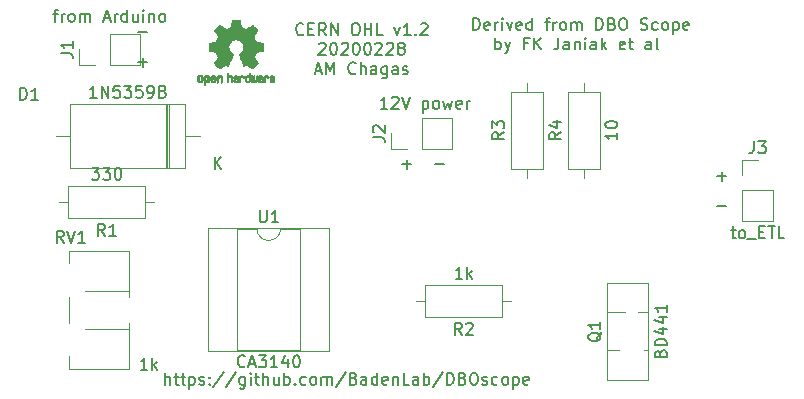
<source format=gbr>
G04 #@! TF.GenerationSoftware,KiCad,Pcbnew,5.1.5-52549c5~84~ubuntu18.04.1*
G04 #@! TF.CreationDate,2020-04-29T13:09:13+01:00*
G04 #@! TF.ProjectId,etl_driver_pcb,65746c5f-6472-4697-9665-725f7063622e,rev?*
G04 #@! TF.SameCoordinates,Original*
G04 #@! TF.FileFunction,Legend,Top*
G04 #@! TF.FilePolarity,Positive*
%FSLAX46Y46*%
G04 Gerber Fmt 4.6, Leading zero omitted, Abs format (unit mm)*
G04 Created by KiCad (PCBNEW 5.1.5-52549c5~84~ubuntu18.04.1) date 2020-04-29 13:09:13*
%MOMM*%
%LPD*%
G04 APERTURE LIST*
%ADD10C,0.150000*%
%ADD11C,0.120000*%
%ADD12C,0.010000*%
G04 APERTURE END LIST*
D10*
X136271047Y-99131428D02*
X137032952Y-99131428D01*
X136271047Y-101671428D02*
X137032952Y-101671428D01*
X136652000Y-102052380D02*
X136652000Y-101290476D01*
X185293047Y-113863428D02*
X186054952Y-113863428D01*
X185293047Y-111323428D02*
X186054952Y-111323428D01*
X185674000Y-111704380D02*
X185674000Y-110942476D01*
X161417047Y-110307428D02*
X162178952Y-110307428D01*
X158623047Y-110307428D02*
X159384952Y-110307428D01*
X159004000Y-110688380D02*
X159004000Y-109926476D01*
X138543047Y-128976380D02*
X138543047Y-127976380D01*
X138971619Y-128976380D02*
X138971619Y-128452571D01*
X138924000Y-128357333D01*
X138828761Y-128309714D01*
X138685904Y-128309714D01*
X138590666Y-128357333D01*
X138543047Y-128404952D01*
X139304952Y-128309714D02*
X139685904Y-128309714D01*
X139447809Y-127976380D02*
X139447809Y-128833523D01*
X139495428Y-128928761D01*
X139590666Y-128976380D01*
X139685904Y-128976380D01*
X139876380Y-128309714D02*
X140257333Y-128309714D01*
X140019238Y-127976380D02*
X140019238Y-128833523D01*
X140066857Y-128928761D01*
X140162095Y-128976380D01*
X140257333Y-128976380D01*
X140590666Y-128309714D02*
X140590666Y-129309714D01*
X140590666Y-128357333D02*
X140685904Y-128309714D01*
X140876380Y-128309714D01*
X140971619Y-128357333D01*
X141019238Y-128404952D01*
X141066857Y-128500190D01*
X141066857Y-128785904D01*
X141019238Y-128881142D01*
X140971619Y-128928761D01*
X140876380Y-128976380D01*
X140685904Y-128976380D01*
X140590666Y-128928761D01*
X141447809Y-128928761D02*
X141543047Y-128976380D01*
X141733523Y-128976380D01*
X141828761Y-128928761D01*
X141876380Y-128833523D01*
X141876380Y-128785904D01*
X141828761Y-128690666D01*
X141733523Y-128643047D01*
X141590666Y-128643047D01*
X141495428Y-128595428D01*
X141447809Y-128500190D01*
X141447809Y-128452571D01*
X141495428Y-128357333D01*
X141590666Y-128309714D01*
X141733523Y-128309714D01*
X141828761Y-128357333D01*
X142304952Y-128881142D02*
X142352571Y-128928761D01*
X142304952Y-128976380D01*
X142257333Y-128928761D01*
X142304952Y-128881142D01*
X142304952Y-128976380D01*
X142304952Y-128357333D02*
X142352571Y-128404952D01*
X142304952Y-128452571D01*
X142257333Y-128404952D01*
X142304952Y-128357333D01*
X142304952Y-128452571D01*
X143495428Y-127928761D02*
X142638285Y-129214476D01*
X144543047Y-127928761D02*
X143685904Y-129214476D01*
X145304952Y-128309714D02*
X145304952Y-129119238D01*
X145257333Y-129214476D01*
X145209714Y-129262095D01*
X145114476Y-129309714D01*
X144971619Y-129309714D01*
X144876380Y-129262095D01*
X145304952Y-128928761D02*
X145209714Y-128976380D01*
X145019238Y-128976380D01*
X144924000Y-128928761D01*
X144876380Y-128881142D01*
X144828761Y-128785904D01*
X144828761Y-128500190D01*
X144876380Y-128404952D01*
X144924000Y-128357333D01*
X145019238Y-128309714D01*
X145209714Y-128309714D01*
X145304952Y-128357333D01*
X145781142Y-128976380D02*
X145781142Y-128309714D01*
X145781142Y-127976380D02*
X145733523Y-128024000D01*
X145781142Y-128071619D01*
X145828761Y-128024000D01*
X145781142Y-127976380D01*
X145781142Y-128071619D01*
X146114476Y-128309714D02*
X146495428Y-128309714D01*
X146257333Y-127976380D02*
X146257333Y-128833523D01*
X146304952Y-128928761D01*
X146400190Y-128976380D01*
X146495428Y-128976380D01*
X146828761Y-128976380D02*
X146828761Y-127976380D01*
X147257333Y-128976380D02*
X147257333Y-128452571D01*
X147209714Y-128357333D01*
X147114476Y-128309714D01*
X146971619Y-128309714D01*
X146876380Y-128357333D01*
X146828761Y-128404952D01*
X148162095Y-128309714D02*
X148162095Y-128976380D01*
X147733523Y-128309714D02*
X147733523Y-128833523D01*
X147781142Y-128928761D01*
X147876380Y-128976380D01*
X148019238Y-128976380D01*
X148114476Y-128928761D01*
X148162095Y-128881142D01*
X148638285Y-128976380D02*
X148638285Y-127976380D01*
X148638285Y-128357333D02*
X148733523Y-128309714D01*
X148924000Y-128309714D01*
X149019238Y-128357333D01*
X149066857Y-128404952D01*
X149114476Y-128500190D01*
X149114476Y-128785904D01*
X149066857Y-128881142D01*
X149019238Y-128928761D01*
X148924000Y-128976380D01*
X148733523Y-128976380D01*
X148638285Y-128928761D01*
X149543047Y-128881142D02*
X149590666Y-128928761D01*
X149543047Y-128976380D01*
X149495428Y-128928761D01*
X149543047Y-128881142D01*
X149543047Y-128976380D01*
X150447809Y-128928761D02*
X150352571Y-128976380D01*
X150162095Y-128976380D01*
X150066857Y-128928761D01*
X150019238Y-128881142D01*
X149971619Y-128785904D01*
X149971619Y-128500190D01*
X150019238Y-128404952D01*
X150066857Y-128357333D01*
X150162095Y-128309714D01*
X150352571Y-128309714D01*
X150447809Y-128357333D01*
X151019238Y-128976380D02*
X150924000Y-128928761D01*
X150876380Y-128881142D01*
X150828761Y-128785904D01*
X150828761Y-128500190D01*
X150876380Y-128404952D01*
X150924000Y-128357333D01*
X151019238Y-128309714D01*
X151162095Y-128309714D01*
X151257333Y-128357333D01*
X151304952Y-128404952D01*
X151352571Y-128500190D01*
X151352571Y-128785904D01*
X151304952Y-128881142D01*
X151257333Y-128928761D01*
X151162095Y-128976380D01*
X151019238Y-128976380D01*
X151781142Y-128976380D02*
X151781142Y-128309714D01*
X151781142Y-128404952D02*
X151828761Y-128357333D01*
X151924000Y-128309714D01*
X152066857Y-128309714D01*
X152162095Y-128357333D01*
X152209714Y-128452571D01*
X152209714Y-128976380D01*
X152209714Y-128452571D02*
X152257333Y-128357333D01*
X152352571Y-128309714D01*
X152495428Y-128309714D01*
X152590666Y-128357333D01*
X152638285Y-128452571D01*
X152638285Y-128976380D01*
X153828761Y-127928761D02*
X152971619Y-129214476D01*
X154495428Y-128452571D02*
X154638285Y-128500190D01*
X154685904Y-128547809D01*
X154733523Y-128643047D01*
X154733523Y-128785904D01*
X154685904Y-128881142D01*
X154638285Y-128928761D01*
X154543047Y-128976380D01*
X154162095Y-128976380D01*
X154162095Y-127976380D01*
X154495428Y-127976380D01*
X154590666Y-128024000D01*
X154638285Y-128071619D01*
X154685904Y-128166857D01*
X154685904Y-128262095D01*
X154638285Y-128357333D01*
X154590666Y-128404952D01*
X154495428Y-128452571D01*
X154162095Y-128452571D01*
X155590666Y-128976380D02*
X155590666Y-128452571D01*
X155543047Y-128357333D01*
X155447809Y-128309714D01*
X155257333Y-128309714D01*
X155162095Y-128357333D01*
X155590666Y-128928761D02*
X155495428Y-128976380D01*
X155257333Y-128976380D01*
X155162095Y-128928761D01*
X155114476Y-128833523D01*
X155114476Y-128738285D01*
X155162095Y-128643047D01*
X155257333Y-128595428D01*
X155495428Y-128595428D01*
X155590666Y-128547809D01*
X156495428Y-128976380D02*
X156495428Y-127976380D01*
X156495428Y-128928761D02*
X156400190Y-128976380D01*
X156209714Y-128976380D01*
X156114476Y-128928761D01*
X156066857Y-128881142D01*
X156019238Y-128785904D01*
X156019238Y-128500190D01*
X156066857Y-128404952D01*
X156114476Y-128357333D01*
X156209714Y-128309714D01*
X156400190Y-128309714D01*
X156495428Y-128357333D01*
X157352571Y-128928761D02*
X157257333Y-128976380D01*
X157066857Y-128976380D01*
X156971619Y-128928761D01*
X156924000Y-128833523D01*
X156924000Y-128452571D01*
X156971619Y-128357333D01*
X157066857Y-128309714D01*
X157257333Y-128309714D01*
X157352571Y-128357333D01*
X157400190Y-128452571D01*
X157400190Y-128547809D01*
X156924000Y-128643047D01*
X157828761Y-128309714D02*
X157828761Y-128976380D01*
X157828761Y-128404952D02*
X157876380Y-128357333D01*
X157971619Y-128309714D01*
X158114476Y-128309714D01*
X158209714Y-128357333D01*
X158257333Y-128452571D01*
X158257333Y-128976380D01*
X159209714Y-128976380D02*
X158733523Y-128976380D01*
X158733523Y-127976380D01*
X159971619Y-128976380D02*
X159971619Y-128452571D01*
X159924000Y-128357333D01*
X159828761Y-128309714D01*
X159638285Y-128309714D01*
X159543047Y-128357333D01*
X159971619Y-128928761D02*
X159876380Y-128976380D01*
X159638285Y-128976380D01*
X159543047Y-128928761D01*
X159495428Y-128833523D01*
X159495428Y-128738285D01*
X159543047Y-128643047D01*
X159638285Y-128595428D01*
X159876380Y-128595428D01*
X159971619Y-128547809D01*
X160447809Y-128976380D02*
X160447809Y-127976380D01*
X160447809Y-128357333D02*
X160543047Y-128309714D01*
X160733523Y-128309714D01*
X160828761Y-128357333D01*
X160876380Y-128404952D01*
X160924000Y-128500190D01*
X160924000Y-128785904D01*
X160876380Y-128881142D01*
X160828761Y-128928761D01*
X160733523Y-128976380D01*
X160543047Y-128976380D01*
X160447809Y-128928761D01*
X162066857Y-127928761D02*
X161209714Y-129214476D01*
X162400190Y-128976380D02*
X162400190Y-127976380D01*
X162638285Y-127976380D01*
X162781142Y-128024000D01*
X162876380Y-128119238D01*
X162924000Y-128214476D01*
X162971619Y-128404952D01*
X162971619Y-128547809D01*
X162924000Y-128738285D01*
X162876380Y-128833523D01*
X162781142Y-128928761D01*
X162638285Y-128976380D01*
X162400190Y-128976380D01*
X163733523Y-128452571D02*
X163876380Y-128500190D01*
X163924000Y-128547809D01*
X163971619Y-128643047D01*
X163971619Y-128785904D01*
X163924000Y-128881142D01*
X163876380Y-128928761D01*
X163781142Y-128976380D01*
X163400190Y-128976380D01*
X163400190Y-127976380D01*
X163733523Y-127976380D01*
X163828761Y-128024000D01*
X163876380Y-128071619D01*
X163924000Y-128166857D01*
X163924000Y-128262095D01*
X163876380Y-128357333D01*
X163828761Y-128404952D01*
X163733523Y-128452571D01*
X163400190Y-128452571D01*
X164590666Y-127976380D02*
X164781142Y-127976380D01*
X164876380Y-128024000D01*
X164971619Y-128119238D01*
X165019238Y-128309714D01*
X165019238Y-128643047D01*
X164971619Y-128833523D01*
X164876380Y-128928761D01*
X164781142Y-128976380D01*
X164590666Y-128976380D01*
X164495428Y-128928761D01*
X164400190Y-128833523D01*
X164352571Y-128643047D01*
X164352571Y-128309714D01*
X164400190Y-128119238D01*
X164495428Y-128024000D01*
X164590666Y-127976380D01*
X165400190Y-128928761D02*
X165495428Y-128976380D01*
X165685904Y-128976380D01*
X165781142Y-128928761D01*
X165828761Y-128833523D01*
X165828761Y-128785904D01*
X165781142Y-128690666D01*
X165685904Y-128643047D01*
X165543047Y-128643047D01*
X165447809Y-128595428D01*
X165400190Y-128500190D01*
X165400190Y-128452571D01*
X165447809Y-128357333D01*
X165543047Y-128309714D01*
X165685904Y-128309714D01*
X165781142Y-128357333D01*
X166685904Y-128928761D02*
X166590666Y-128976380D01*
X166400190Y-128976380D01*
X166304952Y-128928761D01*
X166257333Y-128881142D01*
X166209714Y-128785904D01*
X166209714Y-128500190D01*
X166257333Y-128404952D01*
X166304952Y-128357333D01*
X166400190Y-128309714D01*
X166590666Y-128309714D01*
X166685904Y-128357333D01*
X167257333Y-128976380D02*
X167162095Y-128928761D01*
X167114476Y-128881142D01*
X167066857Y-128785904D01*
X167066857Y-128500190D01*
X167114476Y-128404952D01*
X167162095Y-128357333D01*
X167257333Y-128309714D01*
X167400190Y-128309714D01*
X167495428Y-128357333D01*
X167543047Y-128404952D01*
X167590666Y-128500190D01*
X167590666Y-128785904D01*
X167543047Y-128881142D01*
X167495428Y-128928761D01*
X167400190Y-128976380D01*
X167257333Y-128976380D01*
X168019238Y-128309714D02*
X168019238Y-129309714D01*
X168019238Y-128357333D02*
X168114476Y-128309714D01*
X168304952Y-128309714D01*
X168400190Y-128357333D01*
X168447809Y-128404952D01*
X168495428Y-128500190D01*
X168495428Y-128785904D01*
X168447809Y-128881142D01*
X168400190Y-128928761D01*
X168304952Y-128976380D01*
X168114476Y-128976380D01*
X168019238Y-128928761D01*
X169304952Y-128928761D02*
X169209714Y-128976380D01*
X169019238Y-128976380D01*
X168924000Y-128928761D01*
X168876380Y-128833523D01*
X168876380Y-128452571D01*
X168924000Y-128357333D01*
X169019238Y-128309714D01*
X169209714Y-128309714D01*
X169304952Y-128357333D01*
X169352571Y-128452571D01*
X169352571Y-128547809D01*
X168876380Y-128643047D01*
X164616952Y-98941380D02*
X164616952Y-97941380D01*
X164855047Y-97941380D01*
X164997904Y-97989000D01*
X165093142Y-98084238D01*
X165140761Y-98179476D01*
X165188380Y-98369952D01*
X165188380Y-98512809D01*
X165140761Y-98703285D01*
X165093142Y-98798523D01*
X164997904Y-98893761D01*
X164855047Y-98941380D01*
X164616952Y-98941380D01*
X165997904Y-98893761D02*
X165902666Y-98941380D01*
X165712190Y-98941380D01*
X165616952Y-98893761D01*
X165569333Y-98798523D01*
X165569333Y-98417571D01*
X165616952Y-98322333D01*
X165712190Y-98274714D01*
X165902666Y-98274714D01*
X165997904Y-98322333D01*
X166045523Y-98417571D01*
X166045523Y-98512809D01*
X165569333Y-98608047D01*
X166474095Y-98941380D02*
X166474095Y-98274714D01*
X166474095Y-98465190D02*
X166521714Y-98369952D01*
X166569333Y-98322333D01*
X166664571Y-98274714D01*
X166759809Y-98274714D01*
X167093142Y-98941380D02*
X167093142Y-98274714D01*
X167093142Y-97941380D02*
X167045523Y-97989000D01*
X167093142Y-98036619D01*
X167140761Y-97989000D01*
X167093142Y-97941380D01*
X167093142Y-98036619D01*
X167474095Y-98274714D02*
X167712190Y-98941380D01*
X167950285Y-98274714D01*
X168712190Y-98893761D02*
X168616952Y-98941380D01*
X168426476Y-98941380D01*
X168331238Y-98893761D01*
X168283619Y-98798523D01*
X168283619Y-98417571D01*
X168331238Y-98322333D01*
X168426476Y-98274714D01*
X168616952Y-98274714D01*
X168712190Y-98322333D01*
X168759809Y-98417571D01*
X168759809Y-98512809D01*
X168283619Y-98608047D01*
X169616952Y-98941380D02*
X169616952Y-97941380D01*
X169616952Y-98893761D02*
X169521714Y-98941380D01*
X169331238Y-98941380D01*
X169236000Y-98893761D01*
X169188380Y-98846142D01*
X169140761Y-98750904D01*
X169140761Y-98465190D01*
X169188380Y-98369952D01*
X169236000Y-98322333D01*
X169331238Y-98274714D01*
X169521714Y-98274714D01*
X169616952Y-98322333D01*
X170712190Y-98274714D02*
X171093142Y-98274714D01*
X170855047Y-98941380D02*
X170855047Y-98084238D01*
X170902666Y-97989000D01*
X170997904Y-97941380D01*
X171093142Y-97941380D01*
X171426476Y-98941380D02*
X171426476Y-98274714D01*
X171426476Y-98465190D02*
X171474095Y-98369952D01*
X171521714Y-98322333D01*
X171616952Y-98274714D01*
X171712190Y-98274714D01*
X172188380Y-98941380D02*
X172093142Y-98893761D01*
X172045523Y-98846142D01*
X171997904Y-98750904D01*
X171997904Y-98465190D01*
X172045523Y-98369952D01*
X172093142Y-98322333D01*
X172188380Y-98274714D01*
X172331238Y-98274714D01*
X172426476Y-98322333D01*
X172474095Y-98369952D01*
X172521714Y-98465190D01*
X172521714Y-98750904D01*
X172474095Y-98846142D01*
X172426476Y-98893761D01*
X172331238Y-98941380D01*
X172188380Y-98941380D01*
X172950285Y-98941380D02*
X172950285Y-98274714D01*
X172950285Y-98369952D02*
X172997904Y-98322333D01*
X173093142Y-98274714D01*
X173236000Y-98274714D01*
X173331238Y-98322333D01*
X173378857Y-98417571D01*
X173378857Y-98941380D01*
X173378857Y-98417571D02*
X173426476Y-98322333D01*
X173521714Y-98274714D01*
X173664571Y-98274714D01*
X173759809Y-98322333D01*
X173807428Y-98417571D01*
X173807428Y-98941380D01*
X175045523Y-98941380D02*
X175045523Y-97941380D01*
X175283619Y-97941380D01*
X175426476Y-97989000D01*
X175521714Y-98084238D01*
X175569333Y-98179476D01*
X175616952Y-98369952D01*
X175616952Y-98512809D01*
X175569333Y-98703285D01*
X175521714Y-98798523D01*
X175426476Y-98893761D01*
X175283619Y-98941380D01*
X175045523Y-98941380D01*
X176378857Y-98417571D02*
X176521714Y-98465190D01*
X176569333Y-98512809D01*
X176616952Y-98608047D01*
X176616952Y-98750904D01*
X176569333Y-98846142D01*
X176521714Y-98893761D01*
X176426476Y-98941380D01*
X176045523Y-98941380D01*
X176045523Y-97941380D01*
X176378857Y-97941380D01*
X176474095Y-97989000D01*
X176521714Y-98036619D01*
X176569333Y-98131857D01*
X176569333Y-98227095D01*
X176521714Y-98322333D01*
X176474095Y-98369952D01*
X176378857Y-98417571D01*
X176045523Y-98417571D01*
X177236000Y-97941380D02*
X177426476Y-97941380D01*
X177521714Y-97989000D01*
X177616952Y-98084238D01*
X177664571Y-98274714D01*
X177664571Y-98608047D01*
X177616952Y-98798523D01*
X177521714Y-98893761D01*
X177426476Y-98941380D01*
X177236000Y-98941380D01*
X177140761Y-98893761D01*
X177045523Y-98798523D01*
X176997904Y-98608047D01*
X176997904Y-98274714D01*
X177045523Y-98084238D01*
X177140761Y-97989000D01*
X177236000Y-97941380D01*
X178807428Y-98893761D02*
X178950285Y-98941380D01*
X179188380Y-98941380D01*
X179283619Y-98893761D01*
X179331238Y-98846142D01*
X179378857Y-98750904D01*
X179378857Y-98655666D01*
X179331238Y-98560428D01*
X179283619Y-98512809D01*
X179188380Y-98465190D01*
X178997904Y-98417571D01*
X178902666Y-98369952D01*
X178855047Y-98322333D01*
X178807428Y-98227095D01*
X178807428Y-98131857D01*
X178855047Y-98036619D01*
X178902666Y-97989000D01*
X178997904Y-97941380D01*
X179236000Y-97941380D01*
X179378857Y-97989000D01*
X180236000Y-98893761D02*
X180140761Y-98941380D01*
X179950285Y-98941380D01*
X179855047Y-98893761D01*
X179807428Y-98846142D01*
X179759809Y-98750904D01*
X179759809Y-98465190D01*
X179807428Y-98369952D01*
X179855047Y-98322333D01*
X179950285Y-98274714D01*
X180140761Y-98274714D01*
X180236000Y-98322333D01*
X180807428Y-98941380D02*
X180712190Y-98893761D01*
X180664571Y-98846142D01*
X180616952Y-98750904D01*
X180616952Y-98465190D01*
X180664571Y-98369952D01*
X180712190Y-98322333D01*
X180807428Y-98274714D01*
X180950285Y-98274714D01*
X181045523Y-98322333D01*
X181093142Y-98369952D01*
X181140761Y-98465190D01*
X181140761Y-98750904D01*
X181093142Y-98846142D01*
X181045523Y-98893761D01*
X180950285Y-98941380D01*
X180807428Y-98941380D01*
X181569333Y-98274714D02*
X181569333Y-99274714D01*
X181569333Y-98322333D02*
X181664571Y-98274714D01*
X181855047Y-98274714D01*
X181950285Y-98322333D01*
X181997904Y-98369952D01*
X182045523Y-98465190D01*
X182045523Y-98750904D01*
X181997904Y-98846142D01*
X181950285Y-98893761D01*
X181855047Y-98941380D01*
X181664571Y-98941380D01*
X181569333Y-98893761D01*
X182855047Y-98893761D02*
X182759809Y-98941380D01*
X182569333Y-98941380D01*
X182474095Y-98893761D01*
X182426476Y-98798523D01*
X182426476Y-98417571D01*
X182474095Y-98322333D01*
X182569333Y-98274714D01*
X182759809Y-98274714D01*
X182855047Y-98322333D01*
X182902666Y-98417571D01*
X182902666Y-98512809D01*
X182426476Y-98608047D01*
X166497904Y-100591380D02*
X166497904Y-99591380D01*
X166497904Y-99972333D02*
X166593142Y-99924714D01*
X166783619Y-99924714D01*
X166878857Y-99972333D01*
X166926476Y-100019952D01*
X166974095Y-100115190D01*
X166974095Y-100400904D01*
X166926476Y-100496142D01*
X166878857Y-100543761D01*
X166783619Y-100591380D01*
X166593142Y-100591380D01*
X166497904Y-100543761D01*
X167307428Y-99924714D02*
X167545523Y-100591380D01*
X167783619Y-99924714D02*
X167545523Y-100591380D01*
X167450285Y-100829476D01*
X167402666Y-100877095D01*
X167307428Y-100924714D01*
X169259809Y-100067571D02*
X168926476Y-100067571D01*
X168926476Y-100591380D02*
X168926476Y-99591380D01*
X169402666Y-99591380D01*
X169783619Y-100591380D02*
X169783619Y-99591380D01*
X170355047Y-100591380D02*
X169926476Y-100019952D01*
X170355047Y-99591380D02*
X169783619Y-100162809D01*
X171831238Y-99591380D02*
X171831238Y-100305666D01*
X171783619Y-100448523D01*
X171688380Y-100543761D01*
X171545523Y-100591380D01*
X171450285Y-100591380D01*
X172736000Y-100591380D02*
X172736000Y-100067571D01*
X172688380Y-99972333D01*
X172593142Y-99924714D01*
X172402666Y-99924714D01*
X172307428Y-99972333D01*
X172736000Y-100543761D02*
X172640761Y-100591380D01*
X172402666Y-100591380D01*
X172307428Y-100543761D01*
X172259809Y-100448523D01*
X172259809Y-100353285D01*
X172307428Y-100258047D01*
X172402666Y-100210428D01*
X172640761Y-100210428D01*
X172736000Y-100162809D01*
X173212190Y-99924714D02*
X173212190Y-100591380D01*
X173212190Y-100019952D02*
X173259809Y-99972333D01*
X173355047Y-99924714D01*
X173497904Y-99924714D01*
X173593142Y-99972333D01*
X173640761Y-100067571D01*
X173640761Y-100591380D01*
X174116952Y-100591380D02*
X174116952Y-99924714D01*
X174116952Y-99591380D02*
X174069333Y-99639000D01*
X174116952Y-99686619D01*
X174164571Y-99639000D01*
X174116952Y-99591380D01*
X174116952Y-99686619D01*
X175021714Y-100591380D02*
X175021714Y-100067571D01*
X174974095Y-99972333D01*
X174878857Y-99924714D01*
X174688380Y-99924714D01*
X174593142Y-99972333D01*
X175021714Y-100543761D02*
X174926476Y-100591380D01*
X174688380Y-100591380D01*
X174593142Y-100543761D01*
X174545523Y-100448523D01*
X174545523Y-100353285D01*
X174593142Y-100258047D01*
X174688380Y-100210428D01*
X174926476Y-100210428D01*
X175021714Y-100162809D01*
X175497904Y-100591380D02*
X175497904Y-99591380D01*
X175593142Y-100210428D02*
X175878857Y-100591380D01*
X175878857Y-99924714D02*
X175497904Y-100305666D01*
X177450285Y-100543761D02*
X177355047Y-100591380D01*
X177164571Y-100591380D01*
X177069333Y-100543761D01*
X177021714Y-100448523D01*
X177021714Y-100067571D01*
X177069333Y-99972333D01*
X177164571Y-99924714D01*
X177355047Y-99924714D01*
X177450285Y-99972333D01*
X177497904Y-100067571D01*
X177497904Y-100162809D01*
X177021714Y-100258047D01*
X177783619Y-99924714D02*
X178164571Y-99924714D01*
X177926476Y-99591380D02*
X177926476Y-100448523D01*
X177974095Y-100543761D01*
X178069333Y-100591380D01*
X178164571Y-100591380D01*
X179688380Y-100591380D02*
X179688380Y-100067571D01*
X179640761Y-99972333D01*
X179545523Y-99924714D01*
X179355047Y-99924714D01*
X179259809Y-99972333D01*
X179688380Y-100543761D02*
X179593142Y-100591380D01*
X179355047Y-100591380D01*
X179259809Y-100543761D01*
X179212190Y-100448523D01*
X179212190Y-100353285D01*
X179259809Y-100258047D01*
X179355047Y-100210428D01*
X179593142Y-100210428D01*
X179688380Y-100162809D01*
X180307428Y-100591380D02*
X180212190Y-100543761D01*
X180164571Y-100448523D01*
X180164571Y-99591380D01*
X150241619Y-99291142D02*
X150194000Y-99338761D01*
X150051142Y-99386380D01*
X149955904Y-99386380D01*
X149813047Y-99338761D01*
X149717809Y-99243523D01*
X149670190Y-99148285D01*
X149622571Y-98957809D01*
X149622571Y-98814952D01*
X149670190Y-98624476D01*
X149717809Y-98529238D01*
X149813047Y-98434000D01*
X149955904Y-98386380D01*
X150051142Y-98386380D01*
X150194000Y-98434000D01*
X150241619Y-98481619D01*
X150670190Y-98862571D02*
X151003523Y-98862571D01*
X151146380Y-99386380D02*
X150670190Y-99386380D01*
X150670190Y-98386380D01*
X151146380Y-98386380D01*
X152146380Y-99386380D02*
X151813047Y-98910190D01*
X151574952Y-99386380D02*
X151574952Y-98386380D01*
X151955904Y-98386380D01*
X152051142Y-98434000D01*
X152098761Y-98481619D01*
X152146380Y-98576857D01*
X152146380Y-98719714D01*
X152098761Y-98814952D01*
X152051142Y-98862571D01*
X151955904Y-98910190D01*
X151574952Y-98910190D01*
X152574952Y-99386380D02*
X152574952Y-98386380D01*
X153146380Y-99386380D01*
X153146380Y-98386380D01*
X154574952Y-98386380D02*
X154765428Y-98386380D01*
X154860666Y-98434000D01*
X154955904Y-98529238D01*
X155003523Y-98719714D01*
X155003523Y-99053047D01*
X154955904Y-99243523D01*
X154860666Y-99338761D01*
X154765428Y-99386380D01*
X154574952Y-99386380D01*
X154479714Y-99338761D01*
X154384476Y-99243523D01*
X154336857Y-99053047D01*
X154336857Y-98719714D01*
X154384476Y-98529238D01*
X154479714Y-98434000D01*
X154574952Y-98386380D01*
X155432095Y-99386380D02*
X155432095Y-98386380D01*
X155432095Y-98862571D02*
X156003523Y-98862571D01*
X156003523Y-99386380D02*
X156003523Y-98386380D01*
X156955904Y-99386380D02*
X156479714Y-99386380D01*
X156479714Y-98386380D01*
X157955904Y-98719714D02*
X158194000Y-99386380D01*
X158432095Y-98719714D01*
X159336857Y-99386380D02*
X158765428Y-99386380D01*
X159051142Y-99386380D02*
X159051142Y-98386380D01*
X158955904Y-98529238D01*
X158860666Y-98624476D01*
X158765428Y-98672095D01*
X159765428Y-99291142D02*
X159813047Y-99338761D01*
X159765428Y-99386380D01*
X159717809Y-99338761D01*
X159765428Y-99291142D01*
X159765428Y-99386380D01*
X160193999Y-98481619D02*
X160241619Y-98434000D01*
X160336857Y-98386380D01*
X160574952Y-98386380D01*
X160670190Y-98434000D01*
X160717809Y-98481619D01*
X160765428Y-98576857D01*
X160765428Y-98672095D01*
X160717809Y-98814952D01*
X160146380Y-99386380D01*
X160765428Y-99386380D01*
X151574952Y-100131619D02*
X151622571Y-100084000D01*
X151717809Y-100036380D01*
X151955904Y-100036380D01*
X152051142Y-100084000D01*
X152098761Y-100131619D01*
X152146380Y-100226857D01*
X152146380Y-100322095D01*
X152098761Y-100464952D01*
X151527333Y-101036380D01*
X152146380Y-101036380D01*
X152765428Y-100036380D02*
X152860666Y-100036380D01*
X152955904Y-100084000D01*
X153003523Y-100131619D01*
X153051142Y-100226857D01*
X153098761Y-100417333D01*
X153098761Y-100655428D01*
X153051142Y-100845904D01*
X153003523Y-100941142D01*
X152955904Y-100988761D01*
X152860666Y-101036380D01*
X152765428Y-101036380D01*
X152670190Y-100988761D01*
X152622571Y-100941142D01*
X152574952Y-100845904D01*
X152527333Y-100655428D01*
X152527333Y-100417333D01*
X152574952Y-100226857D01*
X152622571Y-100131619D01*
X152670190Y-100084000D01*
X152765428Y-100036380D01*
X153479714Y-100131619D02*
X153527333Y-100084000D01*
X153622571Y-100036380D01*
X153860666Y-100036380D01*
X153955904Y-100084000D01*
X154003523Y-100131619D01*
X154051142Y-100226857D01*
X154051142Y-100322095D01*
X154003523Y-100464952D01*
X153432095Y-101036380D01*
X154051142Y-101036380D01*
X154670190Y-100036380D02*
X154765428Y-100036380D01*
X154860666Y-100084000D01*
X154908285Y-100131619D01*
X154955904Y-100226857D01*
X155003523Y-100417333D01*
X155003523Y-100655428D01*
X154955904Y-100845904D01*
X154908285Y-100941142D01*
X154860666Y-100988761D01*
X154765428Y-101036380D01*
X154670190Y-101036380D01*
X154574952Y-100988761D01*
X154527333Y-100941142D01*
X154479714Y-100845904D01*
X154432095Y-100655428D01*
X154432095Y-100417333D01*
X154479714Y-100226857D01*
X154527333Y-100131619D01*
X154574952Y-100084000D01*
X154670190Y-100036380D01*
X155622571Y-100036380D02*
X155717809Y-100036380D01*
X155813047Y-100084000D01*
X155860666Y-100131619D01*
X155908285Y-100226857D01*
X155955904Y-100417333D01*
X155955904Y-100655428D01*
X155908285Y-100845904D01*
X155860666Y-100941142D01*
X155813047Y-100988761D01*
X155717809Y-101036380D01*
X155622571Y-101036380D01*
X155527333Y-100988761D01*
X155479714Y-100941142D01*
X155432095Y-100845904D01*
X155384476Y-100655428D01*
X155384476Y-100417333D01*
X155432095Y-100226857D01*
X155479714Y-100131619D01*
X155527333Y-100084000D01*
X155622571Y-100036380D01*
X156336857Y-100131619D02*
X156384476Y-100084000D01*
X156479714Y-100036380D01*
X156717809Y-100036380D01*
X156813047Y-100084000D01*
X156860666Y-100131619D01*
X156908285Y-100226857D01*
X156908285Y-100322095D01*
X156860666Y-100464952D01*
X156289238Y-101036380D01*
X156908285Y-101036380D01*
X157289238Y-100131619D02*
X157336857Y-100084000D01*
X157432095Y-100036380D01*
X157670190Y-100036380D01*
X157765428Y-100084000D01*
X157813047Y-100131619D01*
X157860666Y-100226857D01*
X157860666Y-100322095D01*
X157813047Y-100464952D01*
X157241619Y-101036380D01*
X157860666Y-101036380D01*
X158432095Y-100464952D02*
X158336857Y-100417333D01*
X158289238Y-100369714D01*
X158241619Y-100274476D01*
X158241619Y-100226857D01*
X158289238Y-100131619D01*
X158336857Y-100084000D01*
X158432095Y-100036380D01*
X158622571Y-100036380D01*
X158717809Y-100084000D01*
X158765428Y-100131619D01*
X158813047Y-100226857D01*
X158813047Y-100274476D01*
X158765428Y-100369714D01*
X158717809Y-100417333D01*
X158622571Y-100464952D01*
X158432095Y-100464952D01*
X158336857Y-100512571D01*
X158289238Y-100560190D01*
X158241619Y-100655428D01*
X158241619Y-100845904D01*
X158289238Y-100941142D01*
X158336857Y-100988761D01*
X158432095Y-101036380D01*
X158622571Y-101036380D01*
X158717809Y-100988761D01*
X158765428Y-100941142D01*
X158813047Y-100845904D01*
X158813047Y-100655428D01*
X158765428Y-100560190D01*
X158717809Y-100512571D01*
X158622571Y-100464952D01*
X151289238Y-102400666D02*
X151765428Y-102400666D01*
X151194000Y-102686380D02*
X151527333Y-101686380D01*
X151860666Y-102686380D01*
X152194000Y-102686380D02*
X152194000Y-101686380D01*
X152527333Y-102400666D01*
X152860666Y-101686380D01*
X152860666Y-102686380D01*
X154670190Y-102591142D02*
X154622571Y-102638761D01*
X154479714Y-102686380D01*
X154384476Y-102686380D01*
X154241619Y-102638761D01*
X154146380Y-102543523D01*
X154098761Y-102448285D01*
X154051142Y-102257809D01*
X154051142Y-102114952D01*
X154098761Y-101924476D01*
X154146380Y-101829238D01*
X154241619Y-101734000D01*
X154384476Y-101686380D01*
X154479714Y-101686380D01*
X154622571Y-101734000D01*
X154670190Y-101781619D01*
X155098761Y-102686380D02*
X155098761Y-101686380D01*
X155527333Y-102686380D02*
X155527333Y-102162571D01*
X155479714Y-102067333D01*
X155384476Y-102019714D01*
X155241619Y-102019714D01*
X155146380Y-102067333D01*
X155098761Y-102114952D01*
X156432095Y-102686380D02*
X156432095Y-102162571D01*
X156384476Y-102067333D01*
X156289238Y-102019714D01*
X156098761Y-102019714D01*
X156003523Y-102067333D01*
X156432095Y-102638761D02*
X156336857Y-102686380D01*
X156098761Y-102686380D01*
X156003523Y-102638761D01*
X155955904Y-102543523D01*
X155955904Y-102448285D01*
X156003523Y-102353047D01*
X156098761Y-102305428D01*
X156336857Y-102305428D01*
X156432095Y-102257809D01*
X157336857Y-102019714D02*
X157336857Y-102829238D01*
X157289238Y-102924476D01*
X157241619Y-102972095D01*
X157146380Y-103019714D01*
X157003523Y-103019714D01*
X156908285Y-102972095D01*
X157336857Y-102638761D02*
X157241619Y-102686380D01*
X157051142Y-102686380D01*
X156955904Y-102638761D01*
X156908285Y-102591142D01*
X156860666Y-102495904D01*
X156860666Y-102210190D01*
X156908285Y-102114952D01*
X156955904Y-102067333D01*
X157051142Y-102019714D01*
X157241619Y-102019714D01*
X157336857Y-102067333D01*
X158241619Y-102686380D02*
X158241619Y-102162571D01*
X158194000Y-102067333D01*
X158098761Y-102019714D01*
X157908285Y-102019714D01*
X157813047Y-102067333D01*
X158241619Y-102638761D02*
X158146380Y-102686380D01*
X157908285Y-102686380D01*
X157813047Y-102638761D01*
X157765428Y-102543523D01*
X157765428Y-102448285D01*
X157813047Y-102353047D01*
X157908285Y-102305428D01*
X158146380Y-102305428D01*
X158241619Y-102257809D01*
X158670190Y-102638761D02*
X158765428Y-102686380D01*
X158955904Y-102686380D01*
X159051142Y-102638761D01*
X159098761Y-102543523D01*
X159098761Y-102495904D01*
X159051142Y-102400666D01*
X158955904Y-102353047D01*
X158813047Y-102353047D01*
X158717809Y-102305428D01*
X158670190Y-102210190D01*
X158670190Y-102162571D01*
X158717809Y-102067333D01*
X158813047Y-102019714D01*
X158955904Y-102019714D01*
X159051142Y-102067333D01*
D11*
X135476000Y-123715000D02*
X135476000Y-124262000D01*
X135476000Y-121022000D02*
X135476000Y-121570000D01*
X130435000Y-121568000D02*
X130435000Y-123717000D01*
X131793000Y-124262000D02*
X135476000Y-124262000D01*
X131793000Y-121022000D02*
X135476000Y-121022000D01*
X130435000Y-121568000D02*
X130435000Y-123717000D01*
X130435000Y-117621000D02*
X130435000Y-118716000D01*
X130435000Y-126567000D02*
X130435000Y-127662000D01*
X135476000Y-123715000D02*
X135476000Y-127662000D01*
X135476000Y-117621000D02*
X135476000Y-121570000D01*
X130435000Y-127662000D02*
X135476000Y-127662000D01*
X130435000Y-117621000D02*
X135476000Y-117621000D01*
X140267000Y-110675000D02*
X140267000Y-105225000D01*
X140267000Y-105225000D02*
X130497000Y-105225000D01*
X130497000Y-105225000D02*
X130497000Y-110675000D01*
X130497000Y-110675000D02*
X140267000Y-110675000D01*
X141462000Y-107950000D02*
X140267000Y-107950000D01*
X129302000Y-107950000D02*
X130497000Y-107950000D01*
X138717500Y-110675000D02*
X138717500Y-105225000D01*
X138597500Y-110675000D02*
X138597500Y-105225000D01*
X138837500Y-110675000D02*
X138837500Y-105225000D01*
D12*
G36*
X144629910Y-98080348D02*
G01*
X144708454Y-98080778D01*
X144765298Y-98081942D01*
X144804105Y-98084207D01*
X144828538Y-98087940D01*
X144842262Y-98093506D01*
X144848940Y-98101273D01*
X144852236Y-98111605D01*
X144852556Y-98112943D01*
X144857562Y-98137079D01*
X144866829Y-98184701D01*
X144879392Y-98250741D01*
X144894287Y-98330128D01*
X144910551Y-98417796D01*
X144911119Y-98420875D01*
X144927410Y-98506789D01*
X144942652Y-98582696D01*
X144955861Y-98644045D01*
X144966054Y-98686282D01*
X144972248Y-98704855D01*
X144972543Y-98705184D01*
X144990788Y-98714253D01*
X145028405Y-98729367D01*
X145077271Y-98747262D01*
X145077543Y-98747358D01*
X145139093Y-98770493D01*
X145211657Y-98799965D01*
X145280057Y-98829597D01*
X145283294Y-98831062D01*
X145394702Y-98881626D01*
X145641399Y-98713160D01*
X145717077Y-98661803D01*
X145785631Y-98615889D01*
X145843088Y-98578030D01*
X145885476Y-98550837D01*
X145908825Y-98536921D01*
X145911042Y-98535889D01*
X145928010Y-98540484D01*
X145959701Y-98562655D01*
X146007352Y-98603447D01*
X146072198Y-98663905D01*
X146138397Y-98728227D01*
X146202214Y-98791612D01*
X146259329Y-98849451D01*
X146306305Y-98898175D01*
X146339703Y-98934210D01*
X146356085Y-98953984D01*
X146356694Y-98955002D01*
X146358505Y-98968572D01*
X146351683Y-98990733D01*
X146334540Y-99024478D01*
X146305393Y-99072800D01*
X146262555Y-99138692D01*
X146205448Y-99223517D01*
X146154766Y-99298177D01*
X146109461Y-99365140D01*
X146072150Y-99420516D01*
X146045452Y-99460420D01*
X146031985Y-99480962D01*
X146031137Y-99482356D01*
X146032781Y-99502038D01*
X146045245Y-99540293D01*
X146066048Y-99589889D01*
X146073462Y-99605728D01*
X146105814Y-99676290D01*
X146140328Y-99756353D01*
X146168365Y-99825629D01*
X146188568Y-99877045D01*
X146204615Y-99916119D01*
X146213888Y-99936541D01*
X146215041Y-99938114D01*
X146232096Y-99940721D01*
X146272298Y-99947863D01*
X146330302Y-99958523D01*
X146400763Y-99971685D01*
X146478335Y-99986333D01*
X146557672Y-100001449D01*
X146633431Y-100016018D01*
X146700264Y-100029022D01*
X146752828Y-100039445D01*
X146785776Y-100046270D01*
X146793857Y-100048199D01*
X146802205Y-100052962D01*
X146808506Y-100063718D01*
X146813045Y-100084098D01*
X146816104Y-100117734D01*
X146817967Y-100168255D01*
X146818918Y-100239292D01*
X146819240Y-100334476D01*
X146819257Y-100373492D01*
X146819257Y-100690799D01*
X146743057Y-100705839D01*
X146700663Y-100713995D01*
X146637400Y-100725899D01*
X146560962Y-100740116D01*
X146479043Y-100755210D01*
X146456400Y-100759355D01*
X146380806Y-100774053D01*
X146314953Y-100788505D01*
X146264366Y-100801375D01*
X146234574Y-100811322D01*
X146229612Y-100814287D01*
X146217426Y-100835283D01*
X146199953Y-100875967D01*
X146180577Y-100928322D01*
X146176734Y-100939600D01*
X146151339Y-101009523D01*
X146119817Y-101088418D01*
X146088969Y-101159266D01*
X146088817Y-101159595D01*
X146037447Y-101270733D01*
X146206399Y-101519253D01*
X146375352Y-101767772D01*
X146158429Y-101985058D01*
X146092819Y-102049726D01*
X146032979Y-102106733D01*
X145982267Y-102153033D01*
X145944046Y-102185584D01*
X145921675Y-102201343D01*
X145918466Y-102202343D01*
X145899626Y-102194469D01*
X145861180Y-102172578D01*
X145807330Y-102139267D01*
X145742276Y-102097131D01*
X145671940Y-102049943D01*
X145600555Y-102001810D01*
X145536908Y-101959928D01*
X145485041Y-101926871D01*
X145448995Y-101905218D01*
X145432867Y-101897543D01*
X145413189Y-101904037D01*
X145375875Y-101921150D01*
X145328621Y-101945326D01*
X145323612Y-101948013D01*
X145259977Y-101979927D01*
X145216341Y-101995579D01*
X145189202Y-101995745D01*
X145175057Y-101981204D01*
X145174975Y-101981000D01*
X145167905Y-101963779D01*
X145151042Y-101922899D01*
X145125695Y-101861525D01*
X145093171Y-101782819D01*
X145054778Y-101689947D01*
X145011822Y-101586072D01*
X144970222Y-101485502D01*
X144924504Y-101374516D01*
X144882526Y-101271703D01*
X144845548Y-101180215D01*
X144814827Y-101103201D01*
X144791622Y-101043815D01*
X144777190Y-101005209D01*
X144772743Y-100990800D01*
X144783896Y-100974272D01*
X144813069Y-100947930D01*
X144851971Y-100918887D01*
X144962757Y-100827039D01*
X145049351Y-100721759D01*
X145110716Y-100605266D01*
X145145815Y-100479776D01*
X145153608Y-100347507D01*
X145147943Y-100286457D01*
X145117078Y-100159795D01*
X145063920Y-100047941D01*
X144991767Y-99952001D01*
X144903917Y-99873076D01*
X144803665Y-99812270D01*
X144694310Y-99770687D01*
X144579147Y-99749428D01*
X144461475Y-99749599D01*
X144344590Y-99772301D01*
X144231789Y-99818638D01*
X144126369Y-99889713D01*
X144082368Y-99929911D01*
X143997979Y-100033129D01*
X143939222Y-100145925D01*
X143905704Y-100265010D01*
X143897035Y-100387095D01*
X143912823Y-100508893D01*
X143952678Y-100627116D01*
X144016207Y-100738475D01*
X144103021Y-100839684D01*
X144200029Y-100918887D01*
X144240437Y-100949162D01*
X144268982Y-100975219D01*
X144279257Y-100990825D01*
X144273877Y-101007843D01*
X144258575Y-101048500D01*
X144234612Y-101109642D01*
X144203244Y-101188119D01*
X144165732Y-101280780D01*
X144123333Y-101384472D01*
X144081663Y-101485526D01*
X144035690Y-101596607D01*
X143993107Y-101699541D01*
X143955221Y-101791165D01*
X143923340Y-101868316D01*
X143898771Y-101927831D01*
X143882820Y-101966544D01*
X143876910Y-101981000D01*
X143862948Y-101995685D01*
X143835940Y-101995642D01*
X143792413Y-101980099D01*
X143728890Y-101948284D01*
X143728388Y-101948013D01*
X143680560Y-101923323D01*
X143641897Y-101905338D01*
X143620095Y-101897614D01*
X143619133Y-101897543D01*
X143602721Y-101905378D01*
X143566487Y-101927165D01*
X143514474Y-101960328D01*
X143450725Y-102002291D01*
X143380060Y-102049943D01*
X143308116Y-102098191D01*
X143243274Y-102140151D01*
X143189735Y-102173227D01*
X143151697Y-102194821D01*
X143133533Y-102202343D01*
X143116808Y-102192457D01*
X143083180Y-102164826D01*
X143036010Y-102122495D01*
X142978658Y-102068505D01*
X142914484Y-102005899D01*
X142893497Y-101984983D01*
X142676499Y-101767623D01*
X142841668Y-101525220D01*
X142891864Y-101450781D01*
X142935919Y-101383972D01*
X142971362Y-101328665D01*
X142995719Y-101288729D01*
X143006522Y-101268036D01*
X143006838Y-101266563D01*
X143001143Y-101247058D01*
X142985826Y-101207822D01*
X142963537Y-101155430D01*
X142947893Y-101120355D01*
X142918641Y-101053201D01*
X142891094Y-100985358D01*
X142869737Y-100928034D01*
X142863935Y-100910572D01*
X142847452Y-100863938D01*
X142831340Y-100827905D01*
X142822490Y-100814287D01*
X142802960Y-100805952D01*
X142760334Y-100794137D01*
X142700145Y-100780181D01*
X142627922Y-100765422D01*
X142595600Y-100759355D01*
X142513522Y-100744273D01*
X142434795Y-100729669D01*
X142367109Y-100716980D01*
X142318160Y-100707642D01*
X142308943Y-100705839D01*
X142232743Y-100690799D01*
X142232743Y-100373492D01*
X142232914Y-100269154D01*
X142233616Y-100190213D01*
X142235134Y-100133038D01*
X142237749Y-100093999D01*
X142241746Y-100069465D01*
X142247409Y-100055805D01*
X142255020Y-100049389D01*
X142258143Y-100048199D01*
X142276978Y-100043980D01*
X142318588Y-100035562D01*
X142377630Y-100023961D01*
X142448757Y-100010195D01*
X142526625Y-99995280D01*
X142605887Y-99980232D01*
X142681198Y-99966069D01*
X142747213Y-99953806D01*
X142798587Y-99944461D01*
X142829975Y-99939050D01*
X142836959Y-99938114D01*
X142843285Y-99925596D01*
X142857290Y-99892246D01*
X142876355Y-99844377D01*
X142883634Y-99825629D01*
X142912996Y-99753195D01*
X142947571Y-99673170D01*
X142978537Y-99605728D01*
X143001323Y-99554159D01*
X143016482Y-99511785D01*
X143021542Y-99485834D01*
X143020736Y-99482356D01*
X143010041Y-99465936D01*
X142985620Y-99429417D01*
X142950095Y-99376687D01*
X142906087Y-99311635D01*
X142856217Y-99238151D01*
X142846356Y-99223645D01*
X142788492Y-99137704D01*
X142745956Y-99072261D01*
X142717054Y-99024304D01*
X142700090Y-98990820D01*
X142693367Y-98968795D01*
X142695190Y-98955217D01*
X142695236Y-98955131D01*
X142709586Y-98937297D01*
X142741323Y-98902817D01*
X142787010Y-98855268D01*
X142843204Y-98798222D01*
X142906468Y-98735255D01*
X142913602Y-98728227D01*
X142993330Y-98651020D01*
X143054857Y-98594330D01*
X143099421Y-98557110D01*
X143128257Y-98538315D01*
X143140958Y-98535889D01*
X143159494Y-98546471D01*
X143197961Y-98570916D01*
X143252386Y-98606612D01*
X143318798Y-98650947D01*
X143393225Y-98701311D01*
X143410601Y-98713160D01*
X143657297Y-98881626D01*
X143768706Y-98831062D01*
X143836457Y-98801595D01*
X143909183Y-98771959D01*
X143971703Y-98748330D01*
X143974457Y-98747358D01*
X144023360Y-98729457D01*
X144061057Y-98714320D01*
X144079425Y-98705210D01*
X144079456Y-98705184D01*
X144085285Y-98688717D01*
X144095192Y-98648219D01*
X144108195Y-98588242D01*
X144123309Y-98513340D01*
X144139552Y-98428064D01*
X144140881Y-98420875D01*
X144157175Y-98333014D01*
X144172133Y-98253260D01*
X144184791Y-98186681D01*
X144194186Y-98138347D01*
X144199354Y-98113325D01*
X144199444Y-98112943D01*
X144202589Y-98102299D01*
X144208704Y-98094262D01*
X144221453Y-98088467D01*
X144244500Y-98084547D01*
X144281509Y-98082135D01*
X144336144Y-98080865D01*
X144412067Y-98080371D01*
X144512944Y-98080286D01*
X144526000Y-98080286D01*
X144629910Y-98080348D01*
G37*
X144629910Y-98080348D02*
X144708454Y-98080778D01*
X144765298Y-98081942D01*
X144804105Y-98084207D01*
X144828538Y-98087940D01*
X144842262Y-98093506D01*
X144848940Y-98101273D01*
X144852236Y-98111605D01*
X144852556Y-98112943D01*
X144857562Y-98137079D01*
X144866829Y-98184701D01*
X144879392Y-98250741D01*
X144894287Y-98330128D01*
X144910551Y-98417796D01*
X144911119Y-98420875D01*
X144927410Y-98506789D01*
X144942652Y-98582696D01*
X144955861Y-98644045D01*
X144966054Y-98686282D01*
X144972248Y-98704855D01*
X144972543Y-98705184D01*
X144990788Y-98714253D01*
X145028405Y-98729367D01*
X145077271Y-98747262D01*
X145077543Y-98747358D01*
X145139093Y-98770493D01*
X145211657Y-98799965D01*
X145280057Y-98829597D01*
X145283294Y-98831062D01*
X145394702Y-98881626D01*
X145641399Y-98713160D01*
X145717077Y-98661803D01*
X145785631Y-98615889D01*
X145843088Y-98578030D01*
X145885476Y-98550837D01*
X145908825Y-98536921D01*
X145911042Y-98535889D01*
X145928010Y-98540484D01*
X145959701Y-98562655D01*
X146007352Y-98603447D01*
X146072198Y-98663905D01*
X146138397Y-98728227D01*
X146202214Y-98791612D01*
X146259329Y-98849451D01*
X146306305Y-98898175D01*
X146339703Y-98934210D01*
X146356085Y-98953984D01*
X146356694Y-98955002D01*
X146358505Y-98968572D01*
X146351683Y-98990733D01*
X146334540Y-99024478D01*
X146305393Y-99072800D01*
X146262555Y-99138692D01*
X146205448Y-99223517D01*
X146154766Y-99298177D01*
X146109461Y-99365140D01*
X146072150Y-99420516D01*
X146045452Y-99460420D01*
X146031985Y-99480962D01*
X146031137Y-99482356D01*
X146032781Y-99502038D01*
X146045245Y-99540293D01*
X146066048Y-99589889D01*
X146073462Y-99605728D01*
X146105814Y-99676290D01*
X146140328Y-99756353D01*
X146168365Y-99825629D01*
X146188568Y-99877045D01*
X146204615Y-99916119D01*
X146213888Y-99936541D01*
X146215041Y-99938114D01*
X146232096Y-99940721D01*
X146272298Y-99947863D01*
X146330302Y-99958523D01*
X146400763Y-99971685D01*
X146478335Y-99986333D01*
X146557672Y-100001449D01*
X146633431Y-100016018D01*
X146700264Y-100029022D01*
X146752828Y-100039445D01*
X146785776Y-100046270D01*
X146793857Y-100048199D01*
X146802205Y-100052962D01*
X146808506Y-100063718D01*
X146813045Y-100084098D01*
X146816104Y-100117734D01*
X146817967Y-100168255D01*
X146818918Y-100239292D01*
X146819240Y-100334476D01*
X146819257Y-100373492D01*
X146819257Y-100690799D01*
X146743057Y-100705839D01*
X146700663Y-100713995D01*
X146637400Y-100725899D01*
X146560962Y-100740116D01*
X146479043Y-100755210D01*
X146456400Y-100759355D01*
X146380806Y-100774053D01*
X146314953Y-100788505D01*
X146264366Y-100801375D01*
X146234574Y-100811322D01*
X146229612Y-100814287D01*
X146217426Y-100835283D01*
X146199953Y-100875967D01*
X146180577Y-100928322D01*
X146176734Y-100939600D01*
X146151339Y-101009523D01*
X146119817Y-101088418D01*
X146088969Y-101159266D01*
X146088817Y-101159595D01*
X146037447Y-101270733D01*
X146206399Y-101519253D01*
X146375352Y-101767772D01*
X146158429Y-101985058D01*
X146092819Y-102049726D01*
X146032979Y-102106733D01*
X145982267Y-102153033D01*
X145944046Y-102185584D01*
X145921675Y-102201343D01*
X145918466Y-102202343D01*
X145899626Y-102194469D01*
X145861180Y-102172578D01*
X145807330Y-102139267D01*
X145742276Y-102097131D01*
X145671940Y-102049943D01*
X145600555Y-102001810D01*
X145536908Y-101959928D01*
X145485041Y-101926871D01*
X145448995Y-101905218D01*
X145432867Y-101897543D01*
X145413189Y-101904037D01*
X145375875Y-101921150D01*
X145328621Y-101945326D01*
X145323612Y-101948013D01*
X145259977Y-101979927D01*
X145216341Y-101995579D01*
X145189202Y-101995745D01*
X145175057Y-101981204D01*
X145174975Y-101981000D01*
X145167905Y-101963779D01*
X145151042Y-101922899D01*
X145125695Y-101861525D01*
X145093171Y-101782819D01*
X145054778Y-101689947D01*
X145011822Y-101586072D01*
X144970222Y-101485502D01*
X144924504Y-101374516D01*
X144882526Y-101271703D01*
X144845548Y-101180215D01*
X144814827Y-101103201D01*
X144791622Y-101043815D01*
X144777190Y-101005209D01*
X144772743Y-100990800D01*
X144783896Y-100974272D01*
X144813069Y-100947930D01*
X144851971Y-100918887D01*
X144962757Y-100827039D01*
X145049351Y-100721759D01*
X145110716Y-100605266D01*
X145145815Y-100479776D01*
X145153608Y-100347507D01*
X145147943Y-100286457D01*
X145117078Y-100159795D01*
X145063920Y-100047941D01*
X144991767Y-99952001D01*
X144903917Y-99873076D01*
X144803665Y-99812270D01*
X144694310Y-99770687D01*
X144579147Y-99749428D01*
X144461475Y-99749599D01*
X144344590Y-99772301D01*
X144231789Y-99818638D01*
X144126369Y-99889713D01*
X144082368Y-99929911D01*
X143997979Y-100033129D01*
X143939222Y-100145925D01*
X143905704Y-100265010D01*
X143897035Y-100387095D01*
X143912823Y-100508893D01*
X143952678Y-100627116D01*
X144016207Y-100738475D01*
X144103021Y-100839684D01*
X144200029Y-100918887D01*
X144240437Y-100949162D01*
X144268982Y-100975219D01*
X144279257Y-100990825D01*
X144273877Y-101007843D01*
X144258575Y-101048500D01*
X144234612Y-101109642D01*
X144203244Y-101188119D01*
X144165732Y-101280780D01*
X144123333Y-101384472D01*
X144081663Y-101485526D01*
X144035690Y-101596607D01*
X143993107Y-101699541D01*
X143955221Y-101791165D01*
X143923340Y-101868316D01*
X143898771Y-101927831D01*
X143882820Y-101966544D01*
X143876910Y-101981000D01*
X143862948Y-101995685D01*
X143835940Y-101995642D01*
X143792413Y-101980099D01*
X143728890Y-101948284D01*
X143728388Y-101948013D01*
X143680560Y-101923323D01*
X143641897Y-101905338D01*
X143620095Y-101897614D01*
X143619133Y-101897543D01*
X143602721Y-101905378D01*
X143566487Y-101927165D01*
X143514474Y-101960328D01*
X143450725Y-102002291D01*
X143380060Y-102049943D01*
X143308116Y-102098191D01*
X143243274Y-102140151D01*
X143189735Y-102173227D01*
X143151697Y-102194821D01*
X143133533Y-102202343D01*
X143116808Y-102192457D01*
X143083180Y-102164826D01*
X143036010Y-102122495D01*
X142978658Y-102068505D01*
X142914484Y-102005899D01*
X142893497Y-101984983D01*
X142676499Y-101767623D01*
X142841668Y-101525220D01*
X142891864Y-101450781D01*
X142935919Y-101383972D01*
X142971362Y-101328665D01*
X142995719Y-101288729D01*
X143006522Y-101268036D01*
X143006838Y-101266563D01*
X143001143Y-101247058D01*
X142985826Y-101207822D01*
X142963537Y-101155430D01*
X142947893Y-101120355D01*
X142918641Y-101053201D01*
X142891094Y-100985358D01*
X142869737Y-100928034D01*
X142863935Y-100910572D01*
X142847452Y-100863938D01*
X142831340Y-100827905D01*
X142822490Y-100814287D01*
X142802960Y-100805952D01*
X142760334Y-100794137D01*
X142700145Y-100780181D01*
X142627922Y-100765422D01*
X142595600Y-100759355D01*
X142513522Y-100744273D01*
X142434795Y-100729669D01*
X142367109Y-100716980D01*
X142318160Y-100707642D01*
X142308943Y-100705839D01*
X142232743Y-100690799D01*
X142232743Y-100373492D01*
X142232914Y-100269154D01*
X142233616Y-100190213D01*
X142235134Y-100133038D01*
X142237749Y-100093999D01*
X142241746Y-100069465D01*
X142247409Y-100055805D01*
X142255020Y-100049389D01*
X142258143Y-100048199D01*
X142276978Y-100043980D01*
X142318588Y-100035562D01*
X142377630Y-100023961D01*
X142448757Y-100010195D01*
X142526625Y-99995280D01*
X142605887Y-99980232D01*
X142681198Y-99966069D01*
X142747213Y-99953806D01*
X142798587Y-99944461D01*
X142829975Y-99939050D01*
X142836959Y-99938114D01*
X142843285Y-99925596D01*
X142857290Y-99892246D01*
X142876355Y-99844377D01*
X142883634Y-99825629D01*
X142912996Y-99753195D01*
X142947571Y-99673170D01*
X142978537Y-99605728D01*
X143001323Y-99554159D01*
X143016482Y-99511785D01*
X143021542Y-99485834D01*
X143020736Y-99482356D01*
X143010041Y-99465936D01*
X142985620Y-99429417D01*
X142950095Y-99376687D01*
X142906087Y-99311635D01*
X142856217Y-99238151D01*
X142846356Y-99223645D01*
X142788492Y-99137704D01*
X142745956Y-99072261D01*
X142717054Y-99024304D01*
X142700090Y-98990820D01*
X142693367Y-98968795D01*
X142695190Y-98955217D01*
X142695236Y-98955131D01*
X142709586Y-98937297D01*
X142741323Y-98902817D01*
X142787010Y-98855268D01*
X142843204Y-98798222D01*
X142906468Y-98735255D01*
X142913602Y-98728227D01*
X142993330Y-98651020D01*
X143054857Y-98594330D01*
X143099421Y-98557110D01*
X143128257Y-98538315D01*
X143140958Y-98535889D01*
X143159494Y-98546471D01*
X143197961Y-98570916D01*
X143252386Y-98606612D01*
X143318798Y-98650947D01*
X143393225Y-98701311D01*
X143410601Y-98713160D01*
X143657297Y-98881626D01*
X143768706Y-98831062D01*
X143836457Y-98801595D01*
X143909183Y-98771959D01*
X143971703Y-98748330D01*
X143974457Y-98747358D01*
X144023360Y-98729457D01*
X144061057Y-98714320D01*
X144079425Y-98705210D01*
X144079456Y-98705184D01*
X144085285Y-98688717D01*
X144095192Y-98648219D01*
X144108195Y-98588242D01*
X144123309Y-98513340D01*
X144139552Y-98428064D01*
X144140881Y-98420875D01*
X144157175Y-98333014D01*
X144172133Y-98253260D01*
X144184791Y-98186681D01*
X144194186Y-98138347D01*
X144199354Y-98113325D01*
X144199444Y-98112943D01*
X144202589Y-98102299D01*
X144208704Y-98094262D01*
X144221453Y-98088467D01*
X144244500Y-98084547D01*
X144281509Y-98082135D01*
X144336144Y-98080865D01*
X144412067Y-98080371D01*
X144512944Y-98080286D01*
X144526000Y-98080286D01*
X144629910Y-98080348D01*
G36*
X147679595Y-102804966D02*
G01*
X147737021Y-102842497D01*
X147764719Y-102876096D01*
X147786662Y-102937064D01*
X147788405Y-102985308D01*
X147784457Y-103049816D01*
X147635686Y-103114934D01*
X147563349Y-103148202D01*
X147516084Y-103174964D01*
X147491507Y-103198144D01*
X147487237Y-103220667D01*
X147500889Y-103245455D01*
X147515943Y-103261886D01*
X147559746Y-103288235D01*
X147607389Y-103290081D01*
X147651145Y-103269546D01*
X147683289Y-103228752D01*
X147689038Y-103214347D01*
X147716576Y-103169356D01*
X147748258Y-103150182D01*
X147791714Y-103133779D01*
X147791714Y-103195966D01*
X147787872Y-103238283D01*
X147772823Y-103273969D01*
X147741280Y-103314943D01*
X147736592Y-103320267D01*
X147701506Y-103356720D01*
X147671347Y-103376283D01*
X147633615Y-103385283D01*
X147602335Y-103388230D01*
X147546385Y-103388965D01*
X147506555Y-103379660D01*
X147481708Y-103365846D01*
X147442656Y-103335467D01*
X147415625Y-103302613D01*
X147398517Y-103261294D01*
X147389238Y-103205521D01*
X147385693Y-103129305D01*
X147385410Y-103090622D01*
X147386372Y-103044247D01*
X147474007Y-103044247D01*
X147475023Y-103069126D01*
X147477556Y-103073200D01*
X147494274Y-103067665D01*
X147530249Y-103053017D01*
X147578331Y-103032190D01*
X147588386Y-103027714D01*
X147649152Y-102996814D01*
X147682632Y-102969657D01*
X147689990Y-102944220D01*
X147672391Y-102918481D01*
X147657856Y-102907109D01*
X147605410Y-102884364D01*
X147556322Y-102888122D01*
X147515227Y-102915884D01*
X147486758Y-102965152D01*
X147477631Y-103004257D01*
X147474007Y-103044247D01*
X147386372Y-103044247D01*
X147387285Y-103000249D01*
X147394196Y-102933384D01*
X147407884Y-102884695D01*
X147430096Y-102848849D01*
X147462574Y-102820513D01*
X147476733Y-102811355D01*
X147541053Y-102787507D01*
X147611473Y-102786006D01*
X147679595Y-102804966D01*
G37*
X147679595Y-102804966D02*
X147737021Y-102842497D01*
X147764719Y-102876096D01*
X147786662Y-102937064D01*
X147788405Y-102985308D01*
X147784457Y-103049816D01*
X147635686Y-103114934D01*
X147563349Y-103148202D01*
X147516084Y-103174964D01*
X147491507Y-103198144D01*
X147487237Y-103220667D01*
X147500889Y-103245455D01*
X147515943Y-103261886D01*
X147559746Y-103288235D01*
X147607389Y-103290081D01*
X147651145Y-103269546D01*
X147683289Y-103228752D01*
X147689038Y-103214347D01*
X147716576Y-103169356D01*
X147748258Y-103150182D01*
X147791714Y-103133779D01*
X147791714Y-103195966D01*
X147787872Y-103238283D01*
X147772823Y-103273969D01*
X147741280Y-103314943D01*
X147736592Y-103320267D01*
X147701506Y-103356720D01*
X147671347Y-103376283D01*
X147633615Y-103385283D01*
X147602335Y-103388230D01*
X147546385Y-103388965D01*
X147506555Y-103379660D01*
X147481708Y-103365846D01*
X147442656Y-103335467D01*
X147415625Y-103302613D01*
X147398517Y-103261294D01*
X147389238Y-103205521D01*
X147385693Y-103129305D01*
X147385410Y-103090622D01*
X147386372Y-103044247D01*
X147474007Y-103044247D01*
X147475023Y-103069126D01*
X147477556Y-103073200D01*
X147494274Y-103067665D01*
X147530249Y-103053017D01*
X147578331Y-103032190D01*
X147588386Y-103027714D01*
X147649152Y-102996814D01*
X147682632Y-102969657D01*
X147689990Y-102944220D01*
X147672391Y-102918481D01*
X147657856Y-102907109D01*
X147605410Y-102884364D01*
X147556322Y-102888122D01*
X147515227Y-102915884D01*
X147486758Y-102965152D01*
X147477631Y-103004257D01*
X147474007Y-103044247D01*
X147386372Y-103044247D01*
X147387285Y-103000249D01*
X147394196Y-102933384D01*
X147407884Y-102884695D01*
X147430096Y-102848849D01*
X147462574Y-102820513D01*
X147476733Y-102811355D01*
X147541053Y-102787507D01*
X147611473Y-102786006D01*
X147679595Y-102804966D01*
G36*
X147178600Y-102796752D02*
G01*
X147195948Y-102804334D01*
X147237356Y-102837128D01*
X147272765Y-102884547D01*
X147294664Y-102935151D01*
X147298229Y-102960098D01*
X147286279Y-102994927D01*
X147260067Y-103013357D01*
X147231964Y-103024516D01*
X147219095Y-103026572D01*
X147212829Y-103011649D01*
X147200456Y-102979175D01*
X147195028Y-102964502D01*
X147164590Y-102913744D01*
X147120520Y-102888427D01*
X147064010Y-102889206D01*
X147059825Y-102890203D01*
X147029655Y-102904507D01*
X147007476Y-102932393D01*
X146992327Y-102977287D01*
X146983250Y-103042615D01*
X146979286Y-103131804D01*
X146978914Y-103179261D01*
X146978730Y-103254071D01*
X146977522Y-103305069D01*
X146974309Y-103337471D01*
X146968109Y-103356495D01*
X146957940Y-103367356D01*
X146942819Y-103375272D01*
X146941946Y-103375670D01*
X146912828Y-103387981D01*
X146898403Y-103392514D01*
X146896186Y-103378809D01*
X146894289Y-103340925D01*
X146892847Y-103283715D01*
X146891998Y-103212027D01*
X146891829Y-103159565D01*
X146892692Y-103058047D01*
X146896070Y-102981032D01*
X146903142Y-102924023D01*
X146915088Y-102882526D01*
X146933090Y-102852043D01*
X146958327Y-102828080D01*
X146983247Y-102811355D01*
X147043171Y-102789097D01*
X147112911Y-102784076D01*
X147178600Y-102796752D01*
G37*
X147178600Y-102796752D02*
X147195948Y-102804334D01*
X147237356Y-102837128D01*
X147272765Y-102884547D01*
X147294664Y-102935151D01*
X147298229Y-102960098D01*
X147286279Y-102994927D01*
X147260067Y-103013357D01*
X147231964Y-103024516D01*
X147219095Y-103026572D01*
X147212829Y-103011649D01*
X147200456Y-102979175D01*
X147195028Y-102964502D01*
X147164590Y-102913744D01*
X147120520Y-102888427D01*
X147064010Y-102889206D01*
X147059825Y-102890203D01*
X147029655Y-102904507D01*
X147007476Y-102932393D01*
X146992327Y-102977287D01*
X146983250Y-103042615D01*
X146979286Y-103131804D01*
X146978914Y-103179261D01*
X146978730Y-103254071D01*
X146977522Y-103305069D01*
X146974309Y-103337471D01*
X146968109Y-103356495D01*
X146957940Y-103367356D01*
X146942819Y-103375272D01*
X146941946Y-103375670D01*
X146912828Y-103387981D01*
X146898403Y-103392514D01*
X146896186Y-103378809D01*
X146894289Y-103340925D01*
X146892847Y-103283715D01*
X146891998Y-103212027D01*
X146891829Y-103159565D01*
X146892692Y-103058047D01*
X146896070Y-102981032D01*
X146903142Y-102924023D01*
X146915088Y-102882526D01*
X146933090Y-102852043D01*
X146958327Y-102828080D01*
X146983247Y-102811355D01*
X147043171Y-102789097D01*
X147112911Y-102784076D01*
X147178600Y-102796752D01*
G36*
X146670876Y-102794335D02*
G01*
X146712667Y-102813344D01*
X146745469Y-102836378D01*
X146769503Y-102862133D01*
X146786097Y-102895358D01*
X146796577Y-102940800D01*
X146802271Y-103003207D01*
X146804507Y-103087327D01*
X146804743Y-103142721D01*
X146804743Y-103358826D01*
X146767774Y-103375670D01*
X146738656Y-103387981D01*
X146724231Y-103392514D01*
X146721472Y-103379025D01*
X146719282Y-103342653D01*
X146717942Y-103289542D01*
X146717657Y-103247372D01*
X146716434Y-103186447D01*
X146713136Y-103138115D01*
X146708321Y-103108518D01*
X146704496Y-103102229D01*
X146678783Y-103108652D01*
X146638418Y-103125125D01*
X146591679Y-103147458D01*
X146546845Y-103171457D01*
X146512193Y-103192930D01*
X146496002Y-103207685D01*
X146495938Y-103207845D01*
X146497330Y-103235152D01*
X146509818Y-103261219D01*
X146531743Y-103282392D01*
X146563743Y-103289474D01*
X146591092Y-103288649D01*
X146629826Y-103288042D01*
X146650158Y-103297116D01*
X146662369Y-103321092D01*
X146663909Y-103325613D01*
X146669203Y-103359806D01*
X146655047Y-103380568D01*
X146618148Y-103390462D01*
X146578289Y-103392292D01*
X146506562Y-103378727D01*
X146469432Y-103359355D01*
X146423576Y-103313845D01*
X146399256Y-103257983D01*
X146397073Y-103198957D01*
X146417629Y-103143953D01*
X146448549Y-103109486D01*
X146479420Y-103090189D01*
X146527942Y-103065759D01*
X146584485Y-103040985D01*
X146593910Y-103037199D01*
X146656019Y-103009791D01*
X146691822Y-102985634D01*
X146703337Y-102961619D01*
X146692580Y-102934635D01*
X146674114Y-102913543D01*
X146630469Y-102887572D01*
X146582446Y-102885624D01*
X146538406Y-102905637D01*
X146506709Y-102945551D01*
X146502549Y-102955848D01*
X146478327Y-102993724D01*
X146442965Y-103021842D01*
X146398343Y-103044917D01*
X146398343Y-102979485D01*
X146400969Y-102939506D01*
X146412230Y-102907997D01*
X146437199Y-102874378D01*
X146461169Y-102848484D01*
X146498441Y-102811817D01*
X146527401Y-102792121D01*
X146558505Y-102784220D01*
X146593713Y-102782914D01*
X146670876Y-102794335D01*
G37*
X146670876Y-102794335D02*
X146712667Y-102813344D01*
X146745469Y-102836378D01*
X146769503Y-102862133D01*
X146786097Y-102895358D01*
X146796577Y-102940800D01*
X146802271Y-103003207D01*
X146804507Y-103087327D01*
X146804743Y-103142721D01*
X146804743Y-103358826D01*
X146767774Y-103375670D01*
X146738656Y-103387981D01*
X146724231Y-103392514D01*
X146721472Y-103379025D01*
X146719282Y-103342653D01*
X146717942Y-103289542D01*
X146717657Y-103247372D01*
X146716434Y-103186447D01*
X146713136Y-103138115D01*
X146708321Y-103108518D01*
X146704496Y-103102229D01*
X146678783Y-103108652D01*
X146638418Y-103125125D01*
X146591679Y-103147458D01*
X146546845Y-103171457D01*
X146512193Y-103192930D01*
X146496002Y-103207685D01*
X146495938Y-103207845D01*
X146497330Y-103235152D01*
X146509818Y-103261219D01*
X146531743Y-103282392D01*
X146563743Y-103289474D01*
X146591092Y-103288649D01*
X146629826Y-103288042D01*
X146650158Y-103297116D01*
X146662369Y-103321092D01*
X146663909Y-103325613D01*
X146669203Y-103359806D01*
X146655047Y-103380568D01*
X146618148Y-103390462D01*
X146578289Y-103392292D01*
X146506562Y-103378727D01*
X146469432Y-103359355D01*
X146423576Y-103313845D01*
X146399256Y-103257983D01*
X146397073Y-103198957D01*
X146417629Y-103143953D01*
X146448549Y-103109486D01*
X146479420Y-103090189D01*
X146527942Y-103065759D01*
X146584485Y-103040985D01*
X146593910Y-103037199D01*
X146656019Y-103009791D01*
X146691822Y-102985634D01*
X146703337Y-102961619D01*
X146692580Y-102934635D01*
X146674114Y-102913543D01*
X146630469Y-102887572D01*
X146582446Y-102885624D01*
X146538406Y-102905637D01*
X146506709Y-102945551D01*
X146502549Y-102955848D01*
X146478327Y-102993724D01*
X146442965Y-103021842D01*
X146398343Y-103044917D01*
X146398343Y-102979485D01*
X146400969Y-102939506D01*
X146412230Y-102907997D01*
X146437199Y-102874378D01*
X146461169Y-102848484D01*
X146498441Y-102811817D01*
X146527401Y-102792121D01*
X146558505Y-102784220D01*
X146593713Y-102782914D01*
X146670876Y-102794335D01*
G36*
X146305833Y-102796663D02*
G01*
X146308048Y-102834850D01*
X146309784Y-102892886D01*
X146310899Y-102966180D01*
X146311257Y-103043055D01*
X146311257Y-103303196D01*
X146265326Y-103349127D01*
X146233675Y-103377429D01*
X146205890Y-103388893D01*
X146167915Y-103388168D01*
X146152840Y-103386321D01*
X146105726Y-103380948D01*
X146066756Y-103377869D01*
X146057257Y-103377585D01*
X146025233Y-103379445D01*
X145979432Y-103384114D01*
X145961674Y-103386321D01*
X145918057Y-103389735D01*
X145888745Y-103382320D01*
X145859680Y-103359427D01*
X145849188Y-103349127D01*
X145803257Y-103303196D01*
X145803257Y-102816602D01*
X145840226Y-102799758D01*
X145872059Y-102787282D01*
X145890683Y-102782914D01*
X145895458Y-102796718D01*
X145899921Y-102835286D01*
X145903775Y-102894356D01*
X145906722Y-102969663D01*
X145908143Y-103033286D01*
X145912114Y-103283657D01*
X145946759Y-103288556D01*
X145978268Y-103285131D01*
X145993708Y-103274041D01*
X145998023Y-103253308D01*
X146001708Y-103209145D01*
X146004469Y-103147146D01*
X146006012Y-103072909D01*
X146006235Y-103034706D01*
X146006457Y-102814783D01*
X146052166Y-102798849D01*
X146084518Y-102788015D01*
X146102115Y-102782962D01*
X146102623Y-102782914D01*
X146104388Y-102796648D01*
X146106329Y-102834730D01*
X146108282Y-102892482D01*
X146110084Y-102965227D01*
X146111343Y-103033286D01*
X146115314Y-103283657D01*
X146202400Y-103283657D01*
X146206396Y-103055240D01*
X146210392Y-102826822D01*
X146252847Y-102804868D01*
X146284192Y-102789793D01*
X146302744Y-102782951D01*
X146303279Y-102782914D01*
X146305833Y-102796663D01*
G37*
X146305833Y-102796663D02*
X146308048Y-102834850D01*
X146309784Y-102892886D01*
X146310899Y-102966180D01*
X146311257Y-103043055D01*
X146311257Y-103303196D01*
X146265326Y-103349127D01*
X146233675Y-103377429D01*
X146205890Y-103388893D01*
X146167915Y-103388168D01*
X146152840Y-103386321D01*
X146105726Y-103380948D01*
X146066756Y-103377869D01*
X146057257Y-103377585D01*
X146025233Y-103379445D01*
X145979432Y-103384114D01*
X145961674Y-103386321D01*
X145918057Y-103389735D01*
X145888745Y-103382320D01*
X145859680Y-103359427D01*
X145849188Y-103349127D01*
X145803257Y-103303196D01*
X145803257Y-102816602D01*
X145840226Y-102799758D01*
X145872059Y-102787282D01*
X145890683Y-102782914D01*
X145895458Y-102796718D01*
X145899921Y-102835286D01*
X145903775Y-102894356D01*
X145906722Y-102969663D01*
X145908143Y-103033286D01*
X145912114Y-103283657D01*
X145946759Y-103288556D01*
X145978268Y-103285131D01*
X145993708Y-103274041D01*
X145998023Y-103253308D01*
X146001708Y-103209145D01*
X146004469Y-103147146D01*
X146006012Y-103072909D01*
X146006235Y-103034706D01*
X146006457Y-102814783D01*
X146052166Y-102798849D01*
X146084518Y-102788015D01*
X146102115Y-102782962D01*
X146102623Y-102782914D01*
X146104388Y-102796648D01*
X146106329Y-102834730D01*
X146108282Y-102892482D01*
X146110084Y-102965227D01*
X146111343Y-103033286D01*
X146115314Y-103283657D01*
X146202400Y-103283657D01*
X146206396Y-103055240D01*
X146210392Y-102826822D01*
X146252847Y-102804868D01*
X146284192Y-102789793D01*
X146302744Y-102782951D01*
X146303279Y-102782914D01*
X146305833Y-102796663D01*
G36*
X145716117Y-102903358D02*
G01*
X145715933Y-103011837D01*
X145715219Y-103095287D01*
X145713675Y-103157704D01*
X145711001Y-103203085D01*
X145706894Y-103235429D01*
X145701055Y-103258733D01*
X145693182Y-103276995D01*
X145687221Y-103287418D01*
X145637855Y-103343945D01*
X145575264Y-103379377D01*
X145506013Y-103392090D01*
X145436668Y-103380463D01*
X145395375Y-103359568D01*
X145352025Y-103323422D01*
X145322481Y-103279276D01*
X145304655Y-103221462D01*
X145296463Y-103144313D01*
X145295302Y-103087714D01*
X145295458Y-103083647D01*
X145396857Y-103083647D01*
X145397476Y-103148550D01*
X145400314Y-103191514D01*
X145406840Y-103219622D01*
X145418523Y-103239953D01*
X145432483Y-103255288D01*
X145479365Y-103284890D01*
X145529701Y-103287419D01*
X145577276Y-103262705D01*
X145580979Y-103259356D01*
X145596783Y-103241935D01*
X145606693Y-103221209D01*
X145612058Y-103190362D01*
X145614228Y-103142577D01*
X145614571Y-103089748D01*
X145613827Y-103023381D01*
X145610748Y-102979106D01*
X145604061Y-102950009D01*
X145592496Y-102929173D01*
X145583013Y-102918107D01*
X145538960Y-102890198D01*
X145488224Y-102886843D01*
X145439796Y-102908159D01*
X145430450Y-102916073D01*
X145414540Y-102933647D01*
X145404610Y-102954587D01*
X145399278Y-102985782D01*
X145397163Y-103034122D01*
X145396857Y-103083647D01*
X145295458Y-103083647D01*
X145298810Y-102996568D01*
X145310726Y-102928086D01*
X145333135Y-102876600D01*
X145368124Y-102836443D01*
X145395375Y-102815861D01*
X145444907Y-102793625D01*
X145502316Y-102783304D01*
X145555682Y-102786067D01*
X145585543Y-102797212D01*
X145597261Y-102800383D01*
X145605037Y-102788557D01*
X145610465Y-102756866D01*
X145614571Y-102708593D01*
X145619067Y-102654829D01*
X145625313Y-102622482D01*
X145636676Y-102603985D01*
X145656528Y-102591770D01*
X145669000Y-102586362D01*
X145716171Y-102566601D01*
X145716117Y-102903358D01*
G37*
X145716117Y-102903358D02*
X145715933Y-103011837D01*
X145715219Y-103095287D01*
X145713675Y-103157704D01*
X145711001Y-103203085D01*
X145706894Y-103235429D01*
X145701055Y-103258733D01*
X145693182Y-103276995D01*
X145687221Y-103287418D01*
X145637855Y-103343945D01*
X145575264Y-103379377D01*
X145506013Y-103392090D01*
X145436668Y-103380463D01*
X145395375Y-103359568D01*
X145352025Y-103323422D01*
X145322481Y-103279276D01*
X145304655Y-103221462D01*
X145296463Y-103144313D01*
X145295302Y-103087714D01*
X145295458Y-103083647D01*
X145396857Y-103083647D01*
X145397476Y-103148550D01*
X145400314Y-103191514D01*
X145406840Y-103219622D01*
X145418523Y-103239953D01*
X145432483Y-103255288D01*
X145479365Y-103284890D01*
X145529701Y-103287419D01*
X145577276Y-103262705D01*
X145580979Y-103259356D01*
X145596783Y-103241935D01*
X145606693Y-103221209D01*
X145612058Y-103190362D01*
X145614228Y-103142577D01*
X145614571Y-103089748D01*
X145613827Y-103023381D01*
X145610748Y-102979106D01*
X145604061Y-102950009D01*
X145592496Y-102929173D01*
X145583013Y-102918107D01*
X145538960Y-102890198D01*
X145488224Y-102886843D01*
X145439796Y-102908159D01*
X145430450Y-102916073D01*
X145414540Y-102933647D01*
X145404610Y-102954587D01*
X145399278Y-102985782D01*
X145397163Y-103034122D01*
X145396857Y-103083647D01*
X145295458Y-103083647D01*
X145298810Y-102996568D01*
X145310726Y-102928086D01*
X145333135Y-102876600D01*
X145368124Y-102836443D01*
X145395375Y-102815861D01*
X145444907Y-102793625D01*
X145502316Y-102783304D01*
X145555682Y-102786067D01*
X145585543Y-102797212D01*
X145597261Y-102800383D01*
X145605037Y-102788557D01*
X145610465Y-102756866D01*
X145614571Y-102708593D01*
X145619067Y-102654829D01*
X145625313Y-102622482D01*
X145636676Y-102603985D01*
X145656528Y-102591770D01*
X145669000Y-102586362D01*
X145716171Y-102566601D01*
X145716117Y-102903358D01*
G36*
X145055926Y-102787755D02*
G01*
X145121858Y-102812084D01*
X145175273Y-102855117D01*
X145196164Y-102885409D01*
X145218939Y-102940994D01*
X145218466Y-102981186D01*
X145194562Y-103008217D01*
X145185717Y-103012813D01*
X145147530Y-103027144D01*
X145128028Y-103023472D01*
X145121422Y-102999407D01*
X145121086Y-102986114D01*
X145108992Y-102937210D01*
X145077471Y-102902999D01*
X145033659Y-102886476D01*
X144984695Y-102890634D01*
X144944894Y-102912227D01*
X144931450Y-102924544D01*
X144921921Y-102939487D01*
X144915485Y-102962075D01*
X144911317Y-102997328D01*
X144908597Y-103050266D01*
X144906502Y-103125907D01*
X144905960Y-103149857D01*
X144903981Y-103231790D01*
X144901731Y-103289455D01*
X144898357Y-103327608D01*
X144893006Y-103351004D01*
X144884824Y-103364398D01*
X144872959Y-103372545D01*
X144865362Y-103376144D01*
X144833102Y-103388452D01*
X144814111Y-103392514D01*
X144807836Y-103378948D01*
X144804006Y-103337934D01*
X144802600Y-103268999D01*
X144803598Y-103171669D01*
X144803908Y-103156657D01*
X144806101Y-103067859D01*
X144808693Y-103003019D01*
X144812382Y-102957067D01*
X144817864Y-102924935D01*
X144825835Y-102901553D01*
X144836993Y-102881852D01*
X144842830Y-102873410D01*
X144876296Y-102836057D01*
X144913727Y-102807003D01*
X144918309Y-102804467D01*
X144985426Y-102784443D01*
X145055926Y-102787755D01*
G37*
X145055926Y-102787755D02*
X145121858Y-102812084D01*
X145175273Y-102855117D01*
X145196164Y-102885409D01*
X145218939Y-102940994D01*
X145218466Y-102981186D01*
X145194562Y-103008217D01*
X145185717Y-103012813D01*
X145147530Y-103027144D01*
X145128028Y-103023472D01*
X145121422Y-102999407D01*
X145121086Y-102986114D01*
X145108992Y-102937210D01*
X145077471Y-102902999D01*
X145033659Y-102886476D01*
X144984695Y-102890634D01*
X144944894Y-102912227D01*
X144931450Y-102924544D01*
X144921921Y-102939487D01*
X144915485Y-102962075D01*
X144911317Y-102997328D01*
X144908597Y-103050266D01*
X144906502Y-103125907D01*
X144905960Y-103149857D01*
X144903981Y-103231790D01*
X144901731Y-103289455D01*
X144898357Y-103327608D01*
X144893006Y-103351004D01*
X144884824Y-103364398D01*
X144872959Y-103372545D01*
X144865362Y-103376144D01*
X144833102Y-103388452D01*
X144814111Y-103392514D01*
X144807836Y-103378948D01*
X144804006Y-103337934D01*
X144802600Y-103268999D01*
X144803598Y-103171669D01*
X144803908Y-103156657D01*
X144806101Y-103067859D01*
X144808693Y-103003019D01*
X144812382Y-102957067D01*
X144817864Y-102924935D01*
X144825835Y-102901553D01*
X144836993Y-102881852D01*
X144842830Y-102873410D01*
X144876296Y-102836057D01*
X144913727Y-102807003D01*
X144918309Y-102804467D01*
X144985426Y-102784443D01*
X145055926Y-102787755D01*
G36*
X144565744Y-102788968D02*
G01*
X144622616Y-102810087D01*
X144623267Y-102810493D01*
X144658440Y-102836380D01*
X144684407Y-102866633D01*
X144702670Y-102906058D01*
X144714732Y-102959462D01*
X144722096Y-103031651D01*
X144726264Y-103127432D01*
X144726629Y-103141078D01*
X144731876Y-103346842D01*
X144687716Y-103369678D01*
X144655763Y-103385110D01*
X144636470Y-103392423D01*
X144635578Y-103392514D01*
X144632239Y-103379022D01*
X144629587Y-103342626D01*
X144627956Y-103289452D01*
X144627600Y-103246393D01*
X144627592Y-103176641D01*
X144624403Y-103132837D01*
X144613288Y-103111944D01*
X144589501Y-103110925D01*
X144548296Y-103126741D01*
X144486086Y-103155815D01*
X144440341Y-103179963D01*
X144416813Y-103200913D01*
X144409896Y-103223747D01*
X144409886Y-103224877D01*
X144421299Y-103264212D01*
X144455092Y-103285462D01*
X144506809Y-103288539D01*
X144544061Y-103288006D01*
X144563703Y-103298735D01*
X144575952Y-103324505D01*
X144583002Y-103357337D01*
X144572842Y-103375966D01*
X144569017Y-103378632D01*
X144533001Y-103389340D01*
X144482566Y-103390856D01*
X144430626Y-103383759D01*
X144393822Y-103370788D01*
X144342938Y-103327585D01*
X144314014Y-103267446D01*
X144308286Y-103220462D01*
X144312657Y-103178082D01*
X144328475Y-103143488D01*
X144359797Y-103112763D01*
X144410678Y-103081990D01*
X144485176Y-103047252D01*
X144489714Y-103045288D01*
X144556821Y-103014287D01*
X144598232Y-102988862D01*
X144615981Y-102966014D01*
X144612107Y-102942745D01*
X144588643Y-102916056D01*
X144581627Y-102909914D01*
X144534630Y-102886100D01*
X144485933Y-102887103D01*
X144443522Y-102910451D01*
X144415384Y-102953675D01*
X144412769Y-102962160D01*
X144387308Y-103003308D01*
X144355001Y-103023128D01*
X144308286Y-103042770D01*
X144308286Y-102991950D01*
X144322496Y-102918082D01*
X144364675Y-102850327D01*
X144386624Y-102827661D01*
X144436517Y-102798569D01*
X144499967Y-102785400D01*
X144565744Y-102788968D01*
G37*
X144565744Y-102788968D02*
X144622616Y-102810087D01*
X144623267Y-102810493D01*
X144658440Y-102836380D01*
X144684407Y-102866633D01*
X144702670Y-102906058D01*
X144714732Y-102959462D01*
X144722096Y-103031651D01*
X144726264Y-103127432D01*
X144726629Y-103141078D01*
X144731876Y-103346842D01*
X144687716Y-103369678D01*
X144655763Y-103385110D01*
X144636470Y-103392423D01*
X144635578Y-103392514D01*
X144632239Y-103379022D01*
X144629587Y-103342626D01*
X144627956Y-103289452D01*
X144627600Y-103246393D01*
X144627592Y-103176641D01*
X144624403Y-103132837D01*
X144613288Y-103111944D01*
X144589501Y-103110925D01*
X144548296Y-103126741D01*
X144486086Y-103155815D01*
X144440341Y-103179963D01*
X144416813Y-103200913D01*
X144409896Y-103223747D01*
X144409886Y-103224877D01*
X144421299Y-103264212D01*
X144455092Y-103285462D01*
X144506809Y-103288539D01*
X144544061Y-103288006D01*
X144563703Y-103298735D01*
X144575952Y-103324505D01*
X144583002Y-103357337D01*
X144572842Y-103375966D01*
X144569017Y-103378632D01*
X144533001Y-103389340D01*
X144482566Y-103390856D01*
X144430626Y-103383759D01*
X144393822Y-103370788D01*
X144342938Y-103327585D01*
X144314014Y-103267446D01*
X144308286Y-103220462D01*
X144312657Y-103178082D01*
X144328475Y-103143488D01*
X144359797Y-103112763D01*
X144410678Y-103081990D01*
X144485176Y-103047252D01*
X144489714Y-103045288D01*
X144556821Y-103014287D01*
X144598232Y-102988862D01*
X144615981Y-102966014D01*
X144612107Y-102942745D01*
X144588643Y-102916056D01*
X144581627Y-102909914D01*
X144534630Y-102886100D01*
X144485933Y-102887103D01*
X144443522Y-102910451D01*
X144415384Y-102953675D01*
X144412769Y-102962160D01*
X144387308Y-103003308D01*
X144355001Y-103023128D01*
X144308286Y-103042770D01*
X144308286Y-102991950D01*
X144322496Y-102918082D01*
X144364675Y-102850327D01*
X144386624Y-102827661D01*
X144436517Y-102798569D01*
X144499967Y-102785400D01*
X144565744Y-102788968D01*
G36*
X143901886Y-102689289D02*
G01*
X143906139Y-102748613D01*
X143911025Y-102783572D01*
X143917795Y-102798820D01*
X143927702Y-102799015D01*
X143930914Y-102797195D01*
X143973644Y-102784015D01*
X144029227Y-102784785D01*
X144085737Y-102798333D01*
X144121082Y-102815861D01*
X144157321Y-102843861D01*
X144183813Y-102875549D01*
X144201999Y-102915813D01*
X144213322Y-102969543D01*
X144219222Y-103041626D01*
X144221143Y-103136951D01*
X144221177Y-103155237D01*
X144221200Y-103360646D01*
X144175491Y-103376580D01*
X144143027Y-103387420D01*
X144125215Y-103392468D01*
X144124691Y-103392514D01*
X144122937Y-103378828D01*
X144121444Y-103341076D01*
X144120326Y-103284224D01*
X144119697Y-103213234D01*
X144119600Y-103170073D01*
X144119398Y-103084973D01*
X144118358Y-103023981D01*
X144115831Y-102982177D01*
X144111164Y-102954642D01*
X144103707Y-102936456D01*
X144092811Y-102922698D01*
X144086007Y-102916073D01*
X144039272Y-102889375D01*
X143988272Y-102887375D01*
X143942001Y-102909955D01*
X143933444Y-102918107D01*
X143920893Y-102933436D01*
X143912188Y-102951618D01*
X143906631Y-102977909D01*
X143903526Y-103017562D01*
X143902176Y-103075832D01*
X143901886Y-103156173D01*
X143901886Y-103360646D01*
X143856177Y-103376580D01*
X143823713Y-103387420D01*
X143805901Y-103392468D01*
X143805377Y-103392514D01*
X143804037Y-103378623D01*
X143802828Y-103339439D01*
X143801801Y-103278700D01*
X143801002Y-103200141D01*
X143800481Y-103107498D01*
X143800286Y-103004509D01*
X143800286Y-102607342D01*
X143847457Y-102587444D01*
X143894629Y-102567547D01*
X143901886Y-102689289D01*
G37*
X143901886Y-102689289D02*
X143906139Y-102748613D01*
X143911025Y-102783572D01*
X143917795Y-102798820D01*
X143927702Y-102799015D01*
X143930914Y-102797195D01*
X143973644Y-102784015D01*
X144029227Y-102784785D01*
X144085737Y-102798333D01*
X144121082Y-102815861D01*
X144157321Y-102843861D01*
X144183813Y-102875549D01*
X144201999Y-102915813D01*
X144213322Y-102969543D01*
X144219222Y-103041626D01*
X144221143Y-103136951D01*
X144221177Y-103155237D01*
X144221200Y-103360646D01*
X144175491Y-103376580D01*
X144143027Y-103387420D01*
X144125215Y-103392468D01*
X144124691Y-103392514D01*
X144122937Y-103378828D01*
X144121444Y-103341076D01*
X144120326Y-103284224D01*
X144119697Y-103213234D01*
X144119600Y-103170073D01*
X144119398Y-103084973D01*
X144118358Y-103023981D01*
X144115831Y-102982177D01*
X144111164Y-102954642D01*
X144103707Y-102936456D01*
X144092811Y-102922698D01*
X144086007Y-102916073D01*
X144039272Y-102889375D01*
X143988272Y-102887375D01*
X143942001Y-102909955D01*
X143933444Y-102918107D01*
X143920893Y-102933436D01*
X143912188Y-102951618D01*
X143906631Y-102977909D01*
X143903526Y-103017562D01*
X143902176Y-103075832D01*
X143901886Y-103156173D01*
X143901886Y-103360646D01*
X143856177Y-103376580D01*
X143823713Y-103387420D01*
X143805901Y-103392468D01*
X143805377Y-103392514D01*
X143804037Y-103378623D01*
X143802828Y-103339439D01*
X143801801Y-103278700D01*
X143801002Y-103200141D01*
X143800481Y-103107498D01*
X143800286Y-103004509D01*
X143800286Y-102607342D01*
X143847457Y-102587444D01*
X143894629Y-102567547D01*
X143901886Y-102689289D01*
G36*
X142694303Y-102769239D02*
G01*
X142751527Y-102807735D01*
X142795749Y-102863335D01*
X142822167Y-102934086D01*
X142827510Y-102986162D01*
X142826903Y-103007893D01*
X142821822Y-103024531D01*
X142807855Y-103039437D01*
X142780589Y-103055973D01*
X142735612Y-103077498D01*
X142668511Y-103107374D01*
X142668171Y-103107524D01*
X142606407Y-103135813D01*
X142555759Y-103160933D01*
X142521404Y-103180179D01*
X142508518Y-103190848D01*
X142508514Y-103190934D01*
X142519872Y-103214166D01*
X142546431Y-103239774D01*
X142576923Y-103258221D01*
X142592370Y-103261886D01*
X142634515Y-103249212D01*
X142670808Y-103217471D01*
X142688517Y-103182572D01*
X142705552Y-103156845D01*
X142738922Y-103127546D01*
X142778149Y-103102235D01*
X142812756Y-103088471D01*
X142819993Y-103087714D01*
X142828139Y-103100160D01*
X142828630Y-103131972D01*
X142822643Y-103174866D01*
X142811357Y-103220558D01*
X142795950Y-103260761D01*
X142795171Y-103262322D01*
X142748804Y-103327062D01*
X142688711Y-103371097D01*
X142620465Y-103392711D01*
X142549638Y-103390185D01*
X142481804Y-103361804D01*
X142478788Y-103359808D01*
X142425427Y-103311448D01*
X142390340Y-103248352D01*
X142370922Y-103165387D01*
X142368316Y-103142078D01*
X142363701Y-103032055D01*
X142369233Y-102980748D01*
X142508514Y-102980748D01*
X142510324Y-103012753D01*
X142520222Y-103022093D01*
X142544898Y-103015105D01*
X142583795Y-102998587D01*
X142627275Y-102977881D01*
X142628356Y-102977333D01*
X142665209Y-102957949D01*
X142680000Y-102945013D01*
X142676353Y-102931451D01*
X142660995Y-102913632D01*
X142621923Y-102887845D01*
X142579846Y-102885950D01*
X142542103Y-102904717D01*
X142516034Y-102940915D01*
X142508514Y-102980748D01*
X142369233Y-102980748D01*
X142373194Y-102944027D01*
X142397550Y-102874212D01*
X142431456Y-102825302D01*
X142492653Y-102775878D01*
X142560063Y-102751359D01*
X142628880Y-102749797D01*
X142694303Y-102769239D01*
G37*
X142694303Y-102769239D02*
X142751527Y-102807735D01*
X142795749Y-102863335D01*
X142822167Y-102934086D01*
X142827510Y-102986162D01*
X142826903Y-103007893D01*
X142821822Y-103024531D01*
X142807855Y-103039437D01*
X142780589Y-103055973D01*
X142735612Y-103077498D01*
X142668511Y-103107374D01*
X142668171Y-103107524D01*
X142606407Y-103135813D01*
X142555759Y-103160933D01*
X142521404Y-103180179D01*
X142508518Y-103190848D01*
X142508514Y-103190934D01*
X142519872Y-103214166D01*
X142546431Y-103239774D01*
X142576923Y-103258221D01*
X142592370Y-103261886D01*
X142634515Y-103249212D01*
X142670808Y-103217471D01*
X142688517Y-103182572D01*
X142705552Y-103156845D01*
X142738922Y-103127546D01*
X142778149Y-103102235D01*
X142812756Y-103088471D01*
X142819993Y-103087714D01*
X142828139Y-103100160D01*
X142828630Y-103131972D01*
X142822643Y-103174866D01*
X142811357Y-103220558D01*
X142795950Y-103260761D01*
X142795171Y-103262322D01*
X142748804Y-103327062D01*
X142688711Y-103371097D01*
X142620465Y-103392711D01*
X142549638Y-103390185D01*
X142481804Y-103361804D01*
X142478788Y-103359808D01*
X142425427Y-103311448D01*
X142390340Y-103248352D01*
X142370922Y-103165387D01*
X142368316Y-103142078D01*
X142363701Y-103032055D01*
X142369233Y-102980748D01*
X142508514Y-102980748D01*
X142510324Y-103012753D01*
X142520222Y-103022093D01*
X142544898Y-103015105D01*
X142583795Y-102998587D01*
X142627275Y-102977881D01*
X142628356Y-102977333D01*
X142665209Y-102957949D01*
X142680000Y-102945013D01*
X142676353Y-102931451D01*
X142660995Y-102913632D01*
X142621923Y-102887845D01*
X142579846Y-102885950D01*
X142542103Y-102904717D01*
X142516034Y-102940915D01*
X142508514Y-102980748D01*
X142369233Y-102980748D01*
X142373194Y-102944027D01*
X142397550Y-102874212D01*
X142431456Y-102825302D01*
X142492653Y-102775878D01*
X142560063Y-102751359D01*
X142628880Y-102749797D01*
X142694303Y-102769239D01*
G36*
X141567115Y-102759962D02*
G01*
X141635145Y-102795733D01*
X141685351Y-102853301D01*
X141703185Y-102890312D01*
X141717063Y-102945882D01*
X141724167Y-103016096D01*
X141724840Y-103092727D01*
X141719427Y-103167552D01*
X141708270Y-103232342D01*
X141691714Y-103278873D01*
X141686626Y-103286887D01*
X141626355Y-103346707D01*
X141554769Y-103382535D01*
X141477092Y-103393020D01*
X141398548Y-103376810D01*
X141376689Y-103367092D01*
X141334122Y-103337143D01*
X141296763Y-103297433D01*
X141293232Y-103292397D01*
X141278881Y-103268124D01*
X141269394Y-103242178D01*
X141263790Y-103208022D01*
X141261086Y-103159119D01*
X141260299Y-103088935D01*
X141260286Y-103073200D01*
X141260322Y-103068192D01*
X141405429Y-103068192D01*
X141406273Y-103134430D01*
X141409596Y-103178386D01*
X141416583Y-103206779D01*
X141428416Y-103226325D01*
X141434457Y-103232857D01*
X141469186Y-103257680D01*
X141502903Y-103256548D01*
X141536995Y-103235016D01*
X141557329Y-103212029D01*
X141569371Y-103178478D01*
X141576134Y-103125569D01*
X141576598Y-103119399D01*
X141577752Y-103023513D01*
X141565688Y-102952299D01*
X141540570Y-102906194D01*
X141502560Y-102885635D01*
X141488992Y-102884514D01*
X141453364Y-102890152D01*
X141428994Y-102909686D01*
X141414093Y-102947042D01*
X141406875Y-103006150D01*
X141405429Y-103068192D01*
X141260322Y-103068192D01*
X141260826Y-102998413D01*
X141263096Y-102946159D01*
X141268068Y-102909949D01*
X141276713Y-102883299D01*
X141290005Y-102859722D01*
X141292943Y-102855338D01*
X141342313Y-102796249D01*
X141396109Y-102761947D01*
X141461602Y-102748331D01*
X141483842Y-102747665D01*
X141567115Y-102759962D01*
G37*
X141567115Y-102759962D02*
X141635145Y-102795733D01*
X141685351Y-102853301D01*
X141703185Y-102890312D01*
X141717063Y-102945882D01*
X141724167Y-103016096D01*
X141724840Y-103092727D01*
X141719427Y-103167552D01*
X141708270Y-103232342D01*
X141691714Y-103278873D01*
X141686626Y-103286887D01*
X141626355Y-103346707D01*
X141554769Y-103382535D01*
X141477092Y-103393020D01*
X141398548Y-103376810D01*
X141376689Y-103367092D01*
X141334122Y-103337143D01*
X141296763Y-103297433D01*
X141293232Y-103292397D01*
X141278881Y-103268124D01*
X141269394Y-103242178D01*
X141263790Y-103208022D01*
X141261086Y-103159119D01*
X141260299Y-103088935D01*
X141260286Y-103073200D01*
X141260322Y-103068192D01*
X141405429Y-103068192D01*
X141406273Y-103134430D01*
X141409596Y-103178386D01*
X141416583Y-103206779D01*
X141428416Y-103226325D01*
X141434457Y-103232857D01*
X141469186Y-103257680D01*
X141502903Y-103256548D01*
X141536995Y-103235016D01*
X141557329Y-103212029D01*
X141569371Y-103178478D01*
X141576134Y-103125569D01*
X141576598Y-103119399D01*
X141577752Y-103023513D01*
X141565688Y-102952299D01*
X141540570Y-102906194D01*
X141502560Y-102885635D01*
X141488992Y-102884514D01*
X141453364Y-102890152D01*
X141428994Y-102909686D01*
X141414093Y-102947042D01*
X141406875Y-103006150D01*
X141405429Y-103068192D01*
X141260322Y-103068192D01*
X141260826Y-102998413D01*
X141263096Y-102946159D01*
X141268068Y-102909949D01*
X141276713Y-102883299D01*
X141290005Y-102859722D01*
X141292943Y-102855338D01*
X141342313Y-102796249D01*
X141396109Y-102761947D01*
X141461602Y-102748331D01*
X141483842Y-102747665D01*
X141567115Y-102759962D01*
G36*
X143242093Y-102765780D02*
G01*
X143288672Y-102792723D01*
X143321057Y-102819466D01*
X143344742Y-102847484D01*
X143361059Y-102881748D01*
X143371339Y-102927227D01*
X143376914Y-102988892D01*
X143379116Y-103071711D01*
X143379371Y-103131246D01*
X143379371Y-103350391D01*
X143317686Y-103378044D01*
X143256000Y-103405697D01*
X143248743Y-103165670D01*
X143245744Y-103076028D01*
X143242598Y-103010962D01*
X143238701Y-102966026D01*
X143233447Y-102936770D01*
X143226231Y-102918748D01*
X143216450Y-102907511D01*
X143213312Y-102905079D01*
X143165761Y-102886083D01*
X143117697Y-102893600D01*
X143089086Y-102913543D01*
X143077447Y-102927675D01*
X143069391Y-102946220D01*
X143064271Y-102974334D01*
X143061441Y-103017173D01*
X143060256Y-103079895D01*
X143060057Y-103145261D01*
X143060018Y-103227268D01*
X143058614Y-103285316D01*
X143053914Y-103324465D01*
X143043987Y-103349780D01*
X143026903Y-103366323D01*
X143000732Y-103379156D01*
X142965775Y-103392491D01*
X142927596Y-103407007D01*
X142932141Y-103149389D01*
X142933971Y-103056519D01*
X142936112Y-102987889D01*
X142939181Y-102938711D01*
X142943794Y-102904198D01*
X142950568Y-102879562D01*
X142960119Y-102860016D01*
X142971634Y-102842770D01*
X143027190Y-102787680D01*
X143094980Y-102755822D01*
X143168713Y-102748191D01*
X143242093Y-102765780D01*
G37*
X143242093Y-102765780D02*
X143288672Y-102792723D01*
X143321057Y-102819466D01*
X143344742Y-102847484D01*
X143361059Y-102881748D01*
X143371339Y-102927227D01*
X143376914Y-102988892D01*
X143379116Y-103071711D01*
X143379371Y-103131246D01*
X143379371Y-103350391D01*
X143317686Y-103378044D01*
X143256000Y-103405697D01*
X143248743Y-103165670D01*
X143245744Y-103076028D01*
X143242598Y-103010962D01*
X143238701Y-102966026D01*
X143233447Y-102936770D01*
X143226231Y-102918748D01*
X143216450Y-102907511D01*
X143213312Y-102905079D01*
X143165761Y-102886083D01*
X143117697Y-102893600D01*
X143089086Y-102913543D01*
X143077447Y-102927675D01*
X143069391Y-102946220D01*
X143064271Y-102974334D01*
X143061441Y-103017173D01*
X143060256Y-103079895D01*
X143060057Y-103145261D01*
X143060018Y-103227268D01*
X143058614Y-103285316D01*
X143053914Y-103324465D01*
X143043987Y-103349780D01*
X143026903Y-103366323D01*
X143000732Y-103379156D01*
X142965775Y-103392491D01*
X142927596Y-103407007D01*
X142932141Y-103149389D01*
X142933971Y-103056519D01*
X142936112Y-102987889D01*
X142939181Y-102938711D01*
X142943794Y-102904198D01*
X142950568Y-102879562D01*
X142960119Y-102860016D01*
X142971634Y-102842770D01*
X143027190Y-102787680D01*
X143094980Y-102755822D01*
X143168713Y-102748191D01*
X143242093Y-102765780D01*
G36*
X142125744Y-102757918D02*
G01*
X142181201Y-102785568D01*
X142230148Y-102836480D01*
X142243629Y-102855338D01*
X142258314Y-102880015D01*
X142267842Y-102906816D01*
X142273293Y-102942587D01*
X142275747Y-102994169D01*
X142276286Y-103062267D01*
X142273852Y-103155588D01*
X142265394Y-103225657D01*
X142249174Y-103277931D01*
X142223454Y-103317869D01*
X142186497Y-103350929D01*
X142183782Y-103352886D01*
X142147360Y-103372908D01*
X142103502Y-103382815D01*
X142047724Y-103385257D01*
X141957048Y-103385257D01*
X141957010Y-103473283D01*
X141956166Y-103522308D01*
X141951024Y-103551065D01*
X141937587Y-103568311D01*
X141911858Y-103582808D01*
X141905679Y-103585769D01*
X141876764Y-103599648D01*
X141854376Y-103608414D01*
X141837729Y-103609171D01*
X141826036Y-103599023D01*
X141818510Y-103575073D01*
X141814366Y-103534426D01*
X141812815Y-103474186D01*
X141813071Y-103391455D01*
X141814349Y-103283339D01*
X141814748Y-103251000D01*
X141816185Y-103139524D01*
X141817472Y-103066603D01*
X141956971Y-103066603D01*
X141957755Y-103128499D01*
X141961240Y-103168997D01*
X141969124Y-103195708D01*
X141983105Y-103216244D01*
X141992597Y-103226260D01*
X142031404Y-103255567D01*
X142065763Y-103257952D01*
X142101216Y-103233750D01*
X142102114Y-103232857D01*
X142116539Y-103214153D01*
X142125313Y-103188732D01*
X142129739Y-103149584D01*
X142131118Y-103089697D01*
X142131143Y-103076430D01*
X142127812Y-102993901D01*
X142116969Y-102936691D01*
X142097340Y-102901766D01*
X142067650Y-102886094D01*
X142050491Y-102884514D01*
X142009766Y-102891926D01*
X141981832Y-102916330D01*
X141965017Y-102960980D01*
X141957650Y-103029130D01*
X141956971Y-103066603D01*
X141817472Y-103066603D01*
X141817708Y-103053245D01*
X141819677Y-102988333D01*
X141822450Y-102940958D01*
X141826388Y-102907290D01*
X141831849Y-102883498D01*
X141839192Y-102865753D01*
X141848777Y-102850224D01*
X141852887Y-102844381D01*
X141907405Y-102789185D01*
X141976336Y-102757890D01*
X142056072Y-102749165D01*
X142125744Y-102757918D01*
G37*
X142125744Y-102757918D02*
X142181201Y-102785568D01*
X142230148Y-102836480D01*
X142243629Y-102855338D01*
X142258314Y-102880015D01*
X142267842Y-102906816D01*
X142273293Y-102942587D01*
X142275747Y-102994169D01*
X142276286Y-103062267D01*
X142273852Y-103155588D01*
X142265394Y-103225657D01*
X142249174Y-103277931D01*
X142223454Y-103317869D01*
X142186497Y-103350929D01*
X142183782Y-103352886D01*
X142147360Y-103372908D01*
X142103502Y-103382815D01*
X142047724Y-103385257D01*
X141957048Y-103385257D01*
X141957010Y-103473283D01*
X141956166Y-103522308D01*
X141951024Y-103551065D01*
X141937587Y-103568311D01*
X141911858Y-103582808D01*
X141905679Y-103585769D01*
X141876764Y-103599648D01*
X141854376Y-103608414D01*
X141837729Y-103609171D01*
X141826036Y-103599023D01*
X141818510Y-103575073D01*
X141814366Y-103534426D01*
X141812815Y-103474186D01*
X141813071Y-103391455D01*
X141814349Y-103283339D01*
X141814748Y-103251000D01*
X141816185Y-103139524D01*
X141817472Y-103066603D01*
X141956971Y-103066603D01*
X141957755Y-103128499D01*
X141961240Y-103168997D01*
X141969124Y-103195708D01*
X141983105Y-103216244D01*
X141992597Y-103226260D01*
X142031404Y-103255567D01*
X142065763Y-103257952D01*
X142101216Y-103233750D01*
X142102114Y-103232857D01*
X142116539Y-103214153D01*
X142125313Y-103188732D01*
X142129739Y-103149584D01*
X142131118Y-103089697D01*
X142131143Y-103076430D01*
X142127812Y-102993901D01*
X142116969Y-102936691D01*
X142097340Y-102901766D01*
X142067650Y-102886094D01*
X142050491Y-102884514D01*
X142009766Y-102891926D01*
X141981832Y-102916330D01*
X141965017Y-102960980D01*
X141957650Y-103029130D01*
X141956971Y-103066603D01*
X141817472Y-103066603D01*
X141817708Y-103053245D01*
X141819677Y-102988333D01*
X141822450Y-102940958D01*
X141826388Y-102907290D01*
X141831849Y-102883498D01*
X141839192Y-102865753D01*
X141848777Y-102850224D01*
X141852887Y-102844381D01*
X141907405Y-102789185D01*
X141976336Y-102757890D01*
X142056072Y-102749165D01*
X142125744Y-102757918D01*
D11*
X136458000Y-101914000D02*
X136458000Y-99254000D01*
X133858000Y-101914000D02*
X136458000Y-101914000D01*
X133858000Y-99254000D02*
X136458000Y-99254000D01*
X133858000Y-101914000D02*
X133858000Y-99254000D01*
X132588000Y-101914000D02*
X131258000Y-101914000D01*
X131258000Y-101914000D02*
X131258000Y-100584000D01*
X157674000Y-109026000D02*
X157674000Y-107696000D01*
X159004000Y-109026000D02*
X157674000Y-109026000D01*
X160274000Y-109026000D02*
X160274000Y-106366000D01*
X160274000Y-106366000D02*
X162874000Y-106366000D01*
X160274000Y-109026000D02*
X162874000Y-109026000D01*
X162874000Y-109026000D02*
X162874000Y-106366000D01*
X187392000Y-115122000D02*
X190052000Y-115122000D01*
X187392000Y-112522000D02*
X187392000Y-115122000D01*
X190052000Y-112522000D02*
X190052000Y-115122000D01*
X187392000Y-112522000D02*
X190052000Y-112522000D01*
X187392000Y-111252000D02*
X187392000Y-109922000D01*
X187392000Y-109922000D02*
X188722000Y-109922000D01*
X175934000Y-128580000D02*
X175934000Y-120340000D01*
X179424000Y-128580000D02*
X179424000Y-120340000D01*
X175934000Y-128580000D02*
X179424000Y-128580000D01*
X175934000Y-120340000D02*
X179424000Y-120340000D01*
X175934000Y-126060000D02*
X177004000Y-126060000D01*
X179104000Y-126060000D02*
X179424000Y-126060000D01*
X175934000Y-122859000D02*
X177514000Y-122859000D01*
X178594000Y-122859000D02*
X179424000Y-122859000D01*
X136874000Y-114908000D02*
X136874000Y-112168000D01*
X136874000Y-112168000D02*
X130334000Y-112168000D01*
X130334000Y-112168000D02*
X130334000Y-114908000D01*
X130334000Y-114908000D02*
X136874000Y-114908000D01*
X137644000Y-113538000D02*
X136874000Y-113538000D01*
X129564000Y-113538000D02*
X130334000Y-113538000D01*
X159790000Y-121920000D02*
X160560000Y-121920000D01*
X167870000Y-121920000D02*
X167100000Y-121920000D01*
X160560000Y-123290000D02*
X167100000Y-123290000D01*
X160560000Y-120550000D02*
X160560000Y-123290000D01*
X167100000Y-120550000D02*
X160560000Y-120550000D01*
X167100000Y-123290000D02*
X167100000Y-120550000D01*
X167794000Y-110712000D02*
X170534000Y-110712000D01*
X170534000Y-110712000D02*
X170534000Y-104172000D01*
X170534000Y-104172000D02*
X167794000Y-104172000D01*
X167794000Y-104172000D02*
X167794000Y-110712000D01*
X169164000Y-111482000D02*
X169164000Y-110712000D01*
X169164000Y-103402000D02*
X169164000Y-104172000D01*
X173990000Y-103402000D02*
X173990000Y-104172000D01*
X173990000Y-111482000D02*
X173990000Y-110712000D01*
X172620000Y-104172000D02*
X172620000Y-110712000D01*
X175360000Y-104172000D02*
X172620000Y-104172000D01*
X175360000Y-110712000D02*
X175360000Y-104172000D01*
X172620000Y-110712000D02*
X175360000Y-110712000D01*
X148320000Y-115764000D02*
G75*
G02X146320000Y-115764000I-1000000J0D01*
G01*
X146320000Y-115764000D02*
X144670000Y-115764000D01*
X144670000Y-115764000D02*
X144670000Y-126044000D01*
X144670000Y-126044000D02*
X149970000Y-126044000D01*
X149970000Y-126044000D02*
X149970000Y-115764000D01*
X149970000Y-115764000D02*
X148320000Y-115764000D01*
X142180000Y-115704000D02*
X142180000Y-126104000D01*
X142180000Y-126104000D02*
X152460000Y-126104000D01*
X152460000Y-126104000D02*
X152460000Y-115704000D01*
X152460000Y-115704000D02*
X142180000Y-115704000D01*
D10*
X129960761Y-116944380D02*
X129627428Y-116468190D01*
X129389333Y-116944380D02*
X129389333Y-115944380D01*
X129770285Y-115944380D01*
X129865523Y-115992000D01*
X129913142Y-116039619D01*
X129960761Y-116134857D01*
X129960761Y-116277714D01*
X129913142Y-116372952D01*
X129865523Y-116420571D01*
X129770285Y-116468190D01*
X129389333Y-116468190D01*
X130246476Y-115944380D02*
X130579809Y-116944380D01*
X130913142Y-115944380D01*
X131770285Y-116944380D02*
X131198857Y-116944380D01*
X131484571Y-116944380D02*
X131484571Y-115944380D01*
X131389333Y-116087238D01*
X131294095Y-116182476D01*
X131198857Y-116230095D01*
X137040952Y-127706380D02*
X136469523Y-127706380D01*
X136755238Y-127706380D02*
X136755238Y-126706380D01*
X136660000Y-126849238D01*
X136564761Y-126944476D01*
X136469523Y-126992095D01*
X137469523Y-127706380D02*
X137469523Y-126706380D01*
X137564761Y-127325428D02*
X137850476Y-127706380D01*
X137850476Y-127039714D02*
X137469523Y-127420666D01*
X126261904Y-104846380D02*
X126261904Y-103846380D01*
X126500000Y-103846380D01*
X126642857Y-103894000D01*
X126738095Y-103989238D01*
X126785714Y-104084476D01*
X126833333Y-104274952D01*
X126833333Y-104417809D01*
X126785714Y-104608285D01*
X126738095Y-104703523D01*
X126642857Y-104798761D01*
X126500000Y-104846380D01*
X126261904Y-104846380D01*
X127785714Y-104846380D02*
X127214285Y-104846380D01*
X127500000Y-104846380D02*
X127500000Y-103846380D01*
X127404761Y-103989238D01*
X127309523Y-104084476D01*
X127214285Y-104132095D01*
X132739142Y-104677380D02*
X132167714Y-104677380D01*
X132453428Y-104677380D02*
X132453428Y-103677380D01*
X132358190Y-103820238D01*
X132262952Y-103915476D01*
X132167714Y-103963095D01*
X133167714Y-104677380D02*
X133167714Y-103677380D01*
X133739142Y-104677380D01*
X133739142Y-103677380D01*
X134691523Y-103677380D02*
X134215333Y-103677380D01*
X134167714Y-104153571D01*
X134215333Y-104105952D01*
X134310571Y-104058333D01*
X134548666Y-104058333D01*
X134643904Y-104105952D01*
X134691523Y-104153571D01*
X134739142Y-104248809D01*
X134739142Y-104486904D01*
X134691523Y-104582142D01*
X134643904Y-104629761D01*
X134548666Y-104677380D01*
X134310571Y-104677380D01*
X134215333Y-104629761D01*
X134167714Y-104582142D01*
X135072476Y-103677380D02*
X135691523Y-103677380D01*
X135358190Y-104058333D01*
X135501047Y-104058333D01*
X135596285Y-104105952D01*
X135643904Y-104153571D01*
X135691523Y-104248809D01*
X135691523Y-104486904D01*
X135643904Y-104582142D01*
X135596285Y-104629761D01*
X135501047Y-104677380D01*
X135215333Y-104677380D01*
X135120095Y-104629761D01*
X135072476Y-104582142D01*
X136596285Y-103677380D02*
X136120095Y-103677380D01*
X136072476Y-104153571D01*
X136120095Y-104105952D01*
X136215333Y-104058333D01*
X136453428Y-104058333D01*
X136548666Y-104105952D01*
X136596285Y-104153571D01*
X136643904Y-104248809D01*
X136643904Y-104486904D01*
X136596285Y-104582142D01*
X136548666Y-104629761D01*
X136453428Y-104677380D01*
X136215333Y-104677380D01*
X136120095Y-104629761D01*
X136072476Y-104582142D01*
X137120095Y-104677380D02*
X137310571Y-104677380D01*
X137405809Y-104629761D01*
X137453428Y-104582142D01*
X137548666Y-104439285D01*
X137596285Y-104248809D01*
X137596285Y-103867857D01*
X137548666Y-103772619D01*
X137501047Y-103725000D01*
X137405809Y-103677380D01*
X137215333Y-103677380D01*
X137120095Y-103725000D01*
X137072476Y-103772619D01*
X137024857Y-103867857D01*
X137024857Y-104105952D01*
X137072476Y-104201190D01*
X137120095Y-104248809D01*
X137215333Y-104296428D01*
X137405809Y-104296428D01*
X137501047Y-104248809D01*
X137548666Y-104201190D01*
X137596285Y-104105952D01*
X138358190Y-104153571D02*
X138501047Y-104201190D01*
X138548666Y-104248809D01*
X138596285Y-104344047D01*
X138596285Y-104486904D01*
X138548666Y-104582142D01*
X138501047Y-104629761D01*
X138405809Y-104677380D01*
X138024857Y-104677380D01*
X138024857Y-103677380D01*
X138358190Y-103677380D01*
X138453428Y-103725000D01*
X138501047Y-103772619D01*
X138548666Y-103867857D01*
X138548666Y-103963095D01*
X138501047Y-104058333D01*
X138453428Y-104105952D01*
X138358190Y-104153571D01*
X138024857Y-104153571D01*
X142740095Y-110702380D02*
X142740095Y-109702380D01*
X143311523Y-110702380D02*
X142882952Y-110130952D01*
X143311523Y-109702380D02*
X142740095Y-110273809D01*
X129710380Y-100917333D02*
X130424666Y-100917333D01*
X130567523Y-100964952D01*
X130662761Y-101060190D01*
X130710380Y-101203047D01*
X130710380Y-101298285D01*
X130710380Y-99917333D02*
X130710380Y-100488761D01*
X130710380Y-100203047D02*
X129710380Y-100203047D01*
X129853238Y-100298285D01*
X129948476Y-100393523D01*
X129996095Y-100488761D01*
X129072285Y-97575714D02*
X129453238Y-97575714D01*
X129215142Y-98242380D02*
X129215142Y-97385238D01*
X129262761Y-97290000D01*
X129358000Y-97242380D01*
X129453238Y-97242380D01*
X129786571Y-98242380D02*
X129786571Y-97575714D01*
X129786571Y-97766190D02*
X129834190Y-97670952D01*
X129881809Y-97623333D01*
X129977047Y-97575714D01*
X130072285Y-97575714D01*
X130548476Y-98242380D02*
X130453238Y-98194761D01*
X130405619Y-98147142D01*
X130358000Y-98051904D01*
X130358000Y-97766190D01*
X130405619Y-97670952D01*
X130453238Y-97623333D01*
X130548476Y-97575714D01*
X130691333Y-97575714D01*
X130786571Y-97623333D01*
X130834190Y-97670952D01*
X130881809Y-97766190D01*
X130881809Y-98051904D01*
X130834190Y-98147142D01*
X130786571Y-98194761D01*
X130691333Y-98242380D01*
X130548476Y-98242380D01*
X131310380Y-98242380D02*
X131310380Y-97575714D01*
X131310380Y-97670952D02*
X131358000Y-97623333D01*
X131453238Y-97575714D01*
X131596095Y-97575714D01*
X131691333Y-97623333D01*
X131738952Y-97718571D01*
X131738952Y-98242380D01*
X131738952Y-97718571D02*
X131786571Y-97623333D01*
X131881809Y-97575714D01*
X132024666Y-97575714D01*
X132119904Y-97623333D01*
X132167523Y-97718571D01*
X132167523Y-98242380D01*
X133358000Y-97956666D02*
X133834190Y-97956666D01*
X133262761Y-98242380D02*
X133596095Y-97242380D01*
X133929428Y-98242380D01*
X134262761Y-98242380D02*
X134262761Y-97575714D01*
X134262761Y-97766190D02*
X134310380Y-97670952D01*
X134358000Y-97623333D01*
X134453238Y-97575714D01*
X134548476Y-97575714D01*
X135310380Y-98242380D02*
X135310380Y-97242380D01*
X135310380Y-98194761D02*
X135215142Y-98242380D01*
X135024666Y-98242380D01*
X134929428Y-98194761D01*
X134881809Y-98147142D01*
X134834190Y-98051904D01*
X134834190Y-97766190D01*
X134881809Y-97670952D01*
X134929428Y-97623333D01*
X135024666Y-97575714D01*
X135215142Y-97575714D01*
X135310380Y-97623333D01*
X136215142Y-97575714D02*
X136215142Y-98242380D01*
X135786571Y-97575714D02*
X135786571Y-98099523D01*
X135834190Y-98194761D01*
X135929428Y-98242380D01*
X136072285Y-98242380D01*
X136167523Y-98194761D01*
X136215142Y-98147142D01*
X136691333Y-98242380D02*
X136691333Y-97575714D01*
X136691333Y-97242380D02*
X136643714Y-97290000D01*
X136691333Y-97337619D01*
X136738952Y-97290000D01*
X136691333Y-97242380D01*
X136691333Y-97337619D01*
X137167523Y-97575714D02*
X137167523Y-98242380D01*
X137167523Y-97670952D02*
X137215142Y-97623333D01*
X137310380Y-97575714D01*
X137453238Y-97575714D01*
X137548476Y-97623333D01*
X137596095Y-97718571D01*
X137596095Y-98242380D01*
X138215142Y-98242380D02*
X138119904Y-98194761D01*
X138072285Y-98147142D01*
X138024666Y-98051904D01*
X138024666Y-97766190D01*
X138072285Y-97670952D01*
X138119904Y-97623333D01*
X138215142Y-97575714D01*
X138358000Y-97575714D01*
X138453238Y-97623333D01*
X138500857Y-97670952D01*
X138548476Y-97766190D01*
X138548476Y-98051904D01*
X138500857Y-98147142D01*
X138453238Y-98194761D01*
X138358000Y-98242380D01*
X138215142Y-98242380D01*
X156126380Y-108029333D02*
X156840666Y-108029333D01*
X156983523Y-108076952D01*
X157078761Y-108172190D01*
X157126380Y-108315047D01*
X157126380Y-108410285D01*
X156221619Y-107600761D02*
X156174000Y-107553142D01*
X156126380Y-107457904D01*
X156126380Y-107219809D01*
X156174000Y-107124571D01*
X156221619Y-107076952D01*
X156316857Y-107029333D01*
X156412095Y-107029333D01*
X156554952Y-107076952D01*
X157126380Y-107648380D01*
X157126380Y-107029333D01*
X157361333Y-105608380D02*
X156789904Y-105608380D01*
X157075619Y-105608380D02*
X157075619Y-104608380D01*
X156980380Y-104751238D01*
X156885142Y-104846476D01*
X156789904Y-104894095D01*
X157742285Y-104703619D02*
X157789904Y-104656000D01*
X157885142Y-104608380D01*
X158123238Y-104608380D01*
X158218476Y-104656000D01*
X158266095Y-104703619D01*
X158313714Y-104798857D01*
X158313714Y-104894095D01*
X158266095Y-105036952D01*
X157694666Y-105608380D01*
X158313714Y-105608380D01*
X158599428Y-104608380D02*
X158932761Y-105608380D01*
X159266095Y-104608380D01*
X160361333Y-104941714D02*
X160361333Y-105941714D01*
X160361333Y-104989333D02*
X160456571Y-104941714D01*
X160647047Y-104941714D01*
X160742285Y-104989333D01*
X160789904Y-105036952D01*
X160837523Y-105132190D01*
X160837523Y-105417904D01*
X160789904Y-105513142D01*
X160742285Y-105560761D01*
X160647047Y-105608380D01*
X160456571Y-105608380D01*
X160361333Y-105560761D01*
X161408952Y-105608380D02*
X161313714Y-105560761D01*
X161266095Y-105513142D01*
X161218476Y-105417904D01*
X161218476Y-105132190D01*
X161266095Y-105036952D01*
X161313714Y-104989333D01*
X161408952Y-104941714D01*
X161551809Y-104941714D01*
X161647047Y-104989333D01*
X161694666Y-105036952D01*
X161742285Y-105132190D01*
X161742285Y-105417904D01*
X161694666Y-105513142D01*
X161647047Y-105560761D01*
X161551809Y-105608380D01*
X161408952Y-105608380D01*
X162075619Y-104941714D02*
X162266095Y-105608380D01*
X162456571Y-105132190D01*
X162647047Y-105608380D01*
X162837523Y-104941714D01*
X163599428Y-105560761D02*
X163504190Y-105608380D01*
X163313714Y-105608380D01*
X163218476Y-105560761D01*
X163170857Y-105465523D01*
X163170857Y-105084571D01*
X163218476Y-104989333D01*
X163313714Y-104941714D01*
X163504190Y-104941714D01*
X163599428Y-104989333D01*
X163647047Y-105084571D01*
X163647047Y-105179809D01*
X163170857Y-105275047D01*
X164075619Y-105608380D02*
X164075619Y-104941714D01*
X164075619Y-105132190D02*
X164123238Y-105036952D01*
X164170857Y-104989333D01*
X164266095Y-104941714D01*
X164361333Y-104941714D01*
X188388666Y-108374380D02*
X188388666Y-109088666D01*
X188341047Y-109231523D01*
X188245809Y-109326761D01*
X188102952Y-109374380D01*
X188007714Y-109374380D01*
X188769619Y-108374380D02*
X189388666Y-108374380D01*
X189055333Y-108755333D01*
X189198190Y-108755333D01*
X189293428Y-108802952D01*
X189341047Y-108850571D01*
X189388666Y-108945809D01*
X189388666Y-109183904D01*
X189341047Y-109279142D01*
X189293428Y-109326761D01*
X189198190Y-109374380D01*
X188912476Y-109374380D01*
X188817238Y-109326761D01*
X188769619Y-109279142D01*
X186460095Y-115907714D02*
X186841047Y-115907714D01*
X186602952Y-115574380D02*
X186602952Y-116431523D01*
X186650571Y-116526761D01*
X186745809Y-116574380D01*
X186841047Y-116574380D01*
X187317238Y-116574380D02*
X187222000Y-116526761D01*
X187174380Y-116479142D01*
X187126761Y-116383904D01*
X187126761Y-116098190D01*
X187174380Y-116002952D01*
X187222000Y-115955333D01*
X187317238Y-115907714D01*
X187460095Y-115907714D01*
X187555333Y-115955333D01*
X187602952Y-116002952D01*
X187650571Y-116098190D01*
X187650571Y-116383904D01*
X187602952Y-116479142D01*
X187555333Y-116526761D01*
X187460095Y-116574380D01*
X187317238Y-116574380D01*
X187841047Y-116669619D02*
X188602952Y-116669619D01*
X188841047Y-116050571D02*
X189174380Y-116050571D01*
X189317238Y-116574380D02*
X188841047Y-116574380D01*
X188841047Y-115574380D01*
X189317238Y-115574380D01*
X189602952Y-115574380D02*
X190174380Y-115574380D01*
X189888666Y-116574380D02*
X189888666Y-115574380D01*
X190983904Y-116574380D02*
X190507714Y-116574380D01*
X190507714Y-115574380D01*
X175481619Y-124555238D02*
X175434000Y-124650476D01*
X175338761Y-124745714D01*
X175195904Y-124888571D01*
X175148285Y-124983809D01*
X175148285Y-125079047D01*
X175386380Y-125031428D02*
X175338761Y-125126666D01*
X175243523Y-125221904D01*
X175053047Y-125269523D01*
X174719714Y-125269523D01*
X174529238Y-125221904D01*
X174434000Y-125126666D01*
X174386380Y-125031428D01*
X174386380Y-124840952D01*
X174434000Y-124745714D01*
X174529238Y-124650476D01*
X174719714Y-124602857D01*
X175053047Y-124602857D01*
X175243523Y-124650476D01*
X175338761Y-124745714D01*
X175386380Y-124840952D01*
X175386380Y-125031428D01*
X175386380Y-123650476D02*
X175386380Y-124221904D01*
X175386380Y-123936190D02*
X174386380Y-123936190D01*
X174529238Y-124031428D01*
X174624476Y-124126666D01*
X174672095Y-124221904D01*
X180482571Y-126317142D02*
X180530190Y-126174285D01*
X180577809Y-126126666D01*
X180673047Y-126079047D01*
X180815904Y-126079047D01*
X180911142Y-126126666D01*
X180958761Y-126174285D01*
X181006380Y-126269523D01*
X181006380Y-126650476D01*
X180006380Y-126650476D01*
X180006380Y-126317142D01*
X180054000Y-126221904D01*
X180101619Y-126174285D01*
X180196857Y-126126666D01*
X180292095Y-126126666D01*
X180387333Y-126174285D01*
X180434952Y-126221904D01*
X180482571Y-126317142D01*
X180482571Y-126650476D01*
X181006380Y-125650476D02*
X180006380Y-125650476D01*
X180006380Y-125412380D01*
X180054000Y-125269523D01*
X180149238Y-125174285D01*
X180244476Y-125126666D01*
X180434952Y-125079047D01*
X180577809Y-125079047D01*
X180768285Y-125126666D01*
X180863523Y-125174285D01*
X180958761Y-125269523D01*
X181006380Y-125412380D01*
X181006380Y-125650476D01*
X180339714Y-124221904D02*
X181006380Y-124221904D01*
X179958761Y-124460000D02*
X180673047Y-124698095D01*
X180673047Y-124079047D01*
X180339714Y-123269523D02*
X181006380Y-123269523D01*
X179958761Y-123507619D02*
X180673047Y-123745714D01*
X180673047Y-123126666D01*
X181006380Y-122221904D02*
X181006380Y-122793333D01*
X181006380Y-122507619D02*
X180006380Y-122507619D01*
X180149238Y-122602857D01*
X180244476Y-122698095D01*
X180292095Y-122793333D01*
X133437333Y-116360380D02*
X133104000Y-115884190D01*
X132865904Y-116360380D02*
X132865904Y-115360380D01*
X133246857Y-115360380D01*
X133342095Y-115408000D01*
X133389714Y-115455619D01*
X133437333Y-115550857D01*
X133437333Y-115693714D01*
X133389714Y-115788952D01*
X133342095Y-115836571D01*
X133246857Y-115884190D01*
X132865904Y-115884190D01*
X134389714Y-116360380D02*
X133818285Y-116360380D01*
X134104000Y-116360380D02*
X134104000Y-115360380D01*
X134008761Y-115503238D01*
X133913523Y-115598476D01*
X133818285Y-115646095D01*
X132318285Y-110620380D02*
X132937333Y-110620380D01*
X132604000Y-111001333D01*
X132746857Y-111001333D01*
X132842095Y-111048952D01*
X132889714Y-111096571D01*
X132937333Y-111191809D01*
X132937333Y-111429904D01*
X132889714Y-111525142D01*
X132842095Y-111572761D01*
X132746857Y-111620380D01*
X132461142Y-111620380D01*
X132365904Y-111572761D01*
X132318285Y-111525142D01*
X133270666Y-110620380D02*
X133889714Y-110620380D01*
X133556380Y-111001333D01*
X133699238Y-111001333D01*
X133794476Y-111048952D01*
X133842095Y-111096571D01*
X133889714Y-111191809D01*
X133889714Y-111429904D01*
X133842095Y-111525142D01*
X133794476Y-111572761D01*
X133699238Y-111620380D01*
X133413523Y-111620380D01*
X133318285Y-111572761D01*
X133270666Y-111525142D01*
X134508761Y-110620380D02*
X134604000Y-110620380D01*
X134699238Y-110668000D01*
X134746857Y-110715619D01*
X134794476Y-110810857D01*
X134842095Y-111001333D01*
X134842095Y-111239428D01*
X134794476Y-111429904D01*
X134746857Y-111525142D01*
X134699238Y-111572761D01*
X134604000Y-111620380D01*
X134508761Y-111620380D01*
X134413523Y-111572761D01*
X134365904Y-111525142D01*
X134318285Y-111429904D01*
X134270666Y-111239428D01*
X134270666Y-111001333D01*
X134318285Y-110810857D01*
X134365904Y-110715619D01*
X134413523Y-110668000D01*
X134508761Y-110620380D01*
X163663333Y-124742380D02*
X163330000Y-124266190D01*
X163091904Y-124742380D02*
X163091904Y-123742380D01*
X163472857Y-123742380D01*
X163568095Y-123790000D01*
X163615714Y-123837619D01*
X163663333Y-123932857D01*
X163663333Y-124075714D01*
X163615714Y-124170952D01*
X163568095Y-124218571D01*
X163472857Y-124266190D01*
X163091904Y-124266190D01*
X164044285Y-123837619D02*
X164091904Y-123790000D01*
X164187142Y-123742380D01*
X164425238Y-123742380D01*
X164520476Y-123790000D01*
X164568095Y-123837619D01*
X164615714Y-123932857D01*
X164615714Y-124028095D01*
X164568095Y-124170952D01*
X163996666Y-124742380D01*
X164615714Y-124742380D01*
X163710952Y-120002380D02*
X163139523Y-120002380D01*
X163425238Y-120002380D02*
X163425238Y-119002380D01*
X163330000Y-119145238D01*
X163234761Y-119240476D01*
X163139523Y-119288095D01*
X164139523Y-120002380D02*
X164139523Y-119002380D01*
X164234761Y-119621428D02*
X164520476Y-120002380D01*
X164520476Y-119335714D02*
X164139523Y-119716666D01*
X167246380Y-107608666D02*
X166770190Y-107942000D01*
X167246380Y-108180095D02*
X166246380Y-108180095D01*
X166246380Y-107799142D01*
X166294000Y-107703904D01*
X166341619Y-107656285D01*
X166436857Y-107608666D01*
X166579714Y-107608666D01*
X166674952Y-107656285D01*
X166722571Y-107703904D01*
X166770190Y-107799142D01*
X166770190Y-108180095D01*
X166246380Y-107275333D02*
X166246380Y-106656285D01*
X166627333Y-106989619D01*
X166627333Y-106846761D01*
X166674952Y-106751523D01*
X166722571Y-106703904D01*
X166817809Y-106656285D01*
X167055904Y-106656285D01*
X167151142Y-106703904D01*
X167198761Y-106751523D01*
X167246380Y-106846761D01*
X167246380Y-107132476D01*
X167198761Y-107227714D01*
X167151142Y-107275333D01*
X172072380Y-107608666D02*
X171596190Y-107942000D01*
X172072380Y-108180095D02*
X171072380Y-108180095D01*
X171072380Y-107799142D01*
X171120000Y-107703904D01*
X171167619Y-107656285D01*
X171262857Y-107608666D01*
X171405714Y-107608666D01*
X171500952Y-107656285D01*
X171548571Y-107703904D01*
X171596190Y-107799142D01*
X171596190Y-108180095D01*
X171405714Y-106751523D02*
X172072380Y-106751523D01*
X171024761Y-106989619D02*
X171739047Y-107227714D01*
X171739047Y-106608666D01*
X176812380Y-107632476D02*
X176812380Y-108203904D01*
X176812380Y-107918190D02*
X175812380Y-107918190D01*
X175955238Y-108013428D01*
X176050476Y-108108666D01*
X176098095Y-108203904D01*
X175812380Y-107013428D02*
X175812380Y-106918190D01*
X175860000Y-106822952D01*
X175907619Y-106775333D01*
X176002857Y-106727714D01*
X176193333Y-106680095D01*
X176431428Y-106680095D01*
X176621904Y-106727714D01*
X176717142Y-106775333D01*
X176764761Y-106822952D01*
X176812380Y-106918190D01*
X176812380Y-107013428D01*
X176764761Y-107108666D01*
X176717142Y-107156285D01*
X176621904Y-107203904D01*
X176431428Y-107251523D01*
X176193333Y-107251523D01*
X176002857Y-107203904D01*
X175907619Y-107156285D01*
X175860000Y-107108666D01*
X175812380Y-107013428D01*
X146558095Y-114216380D02*
X146558095Y-115025904D01*
X146605714Y-115121142D01*
X146653333Y-115168761D01*
X146748571Y-115216380D01*
X146939047Y-115216380D01*
X147034285Y-115168761D01*
X147081904Y-115121142D01*
X147129523Y-115025904D01*
X147129523Y-114216380D01*
X148129523Y-115216380D02*
X147558095Y-115216380D01*
X147843809Y-115216380D02*
X147843809Y-114216380D01*
X147748571Y-114359238D01*
X147653333Y-114454476D01*
X147558095Y-114502095D01*
X145296190Y-127401142D02*
X145248571Y-127448761D01*
X145105714Y-127496380D01*
X145010476Y-127496380D01*
X144867619Y-127448761D01*
X144772380Y-127353523D01*
X144724761Y-127258285D01*
X144677142Y-127067809D01*
X144677142Y-126924952D01*
X144724761Y-126734476D01*
X144772380Y-126639238D01*
X144867619Y-126544000D01*
X145010476Y-126496380D01*
X145105714Y-126496380D01*
X145248571Y-126544000D01*
X145296190Y-126591619D01*
X145677142Y-127210666D02*
X146153333Y-127210666D01*
X145581904Y-127496380D02*
X145915238Y-126496380D01*
X146248571Y-127496380D01*
X146486666Y-126496380D02*
X147105714Y-126496380D01*
X146772380Y-126877333D01*
X146915238Y-126877333D01*
X147010476Y-126924952D01*
X147058095Y-126972571D01*
X147105714Y-127067809D01*
X147105714Y-127305904D01*
X147058095Y-127401142D01*
X147010476Y-127448761D01*
X146915238Y-127496380D01*
X146629523Y-127496380D01*
X146534285Y-127448761D01*
X146486666Y-127401142D01*
X148058095Y-127496380D02*
X147486666Y-127496380D01*
X147772380Y-127496380D02*
X147772380Y-126496380D01*
X147677142Y-126639238D01*
X147581904Y-126734476D01*
X147486666Y-126782095D01*
X148915238Y-126829714D02*
X148915238Y-127496380D01*
X148677142Y-126448761D02*
X148439047Y-127163047D01*
X149058095Y-127163047D01*
X149629523Y-126496380D02*
X149724761Y-126496380D01*
X149820000Y-126544000D01*
X149867619Y-126591619D01*
X149915238Y-126686857D01*
X149962857Y-126877333D01*
X149962857Y-127115428D01*
X149915238Y-127305904D01*
X149867619Y-127401142D01*
X149820000Y-127448761D01*
X149724761Y-127496380D01*
X149629523Y-127496380D01*
X149534285Y-127448761D01*
X149486666Y-127401142D01*
X149439047Y-127305904D01*
X149391428Y-127115428D01*
X149391428Y-126877333D01*
X149439047Y-126686857D01*
X149486666Y-126591619D01*
X149534285Y-126544000D01*
X149629523Y-126496380D01*
M02*

</source>
